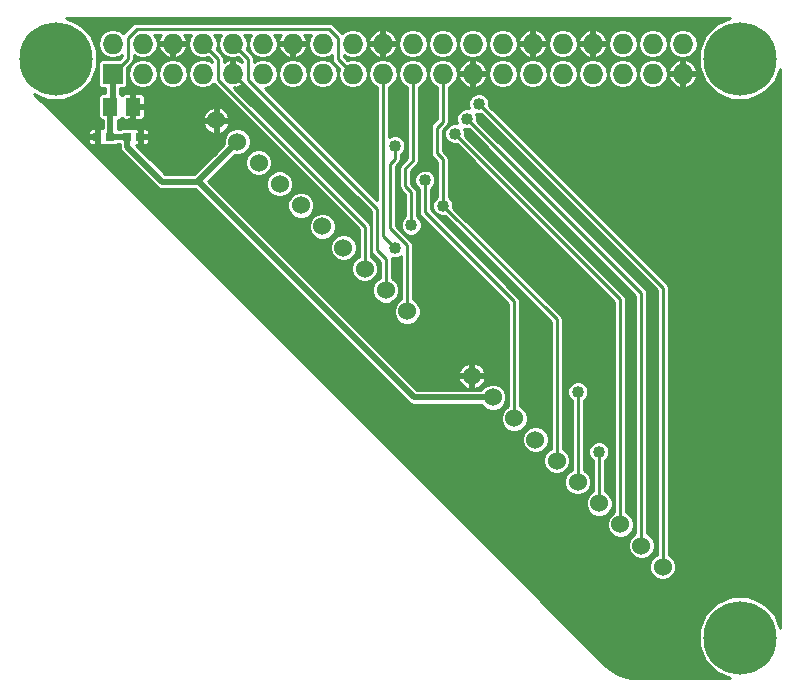
<source format=gtl>
%FSLAX46Y46*%
G04 Gerber Fmt 4.6, Leading zero omitted, Abs format (unit mm)*
G04 Created by KiCad (PCBNEW (2014-08-29 BZR 5106)-product) date Fri 05 Sep 2014 06:56:24 PM PDT*
%MOMM*%
G01*
G04 APERTURE LIST*
%ADD10C,0.100000*%
%ADD11C,6.200000*%
%ADD12R,1.300480X1.498600*%
%ADD13R,0.800100X0.698500*%
%ADD14R,1.727200X1.727200*%
%ADD15O,1.727200X1.727200*%
%ADD16C,1.524000*%
%ADD17C,1.016000*%
%ADD18C,0.254000*%
%ADD19C,0.508000*%
G04 APERTURE END LIST*
D10*
D11*
X98044000Y-80010000D03*
X155956000Y-129032000D03*
D12*
X102679500Y-84074000D03*
X104584500Y-84074000D03*
D13*
X104099360Y-86614000D03*
X105196640Y-86614000D03*
X102656640Y-86614000D03*
X101559360Y-86614000D03*
D11*
X155956000Y-80010000D03*
D14*
X102870000Y-81280000D03*
D15*
X102870000Y-78740000D03*
X105410000Y-81280000D03*
X105410000Y-78740000D03*
X107950000Y-81280000D03*
X107950000Y-78740000D03*
X110490000Y-81280000D03*
X110490000Y-78740000D03*
X113030000Y-81280000D03*
X113030000Y-78740000D03*
X115570000Y-81280000D03*
X115570000Y-78740000D03*
X118110000Y-81280000D03*
X118110000Y-78740000D03*
X120650000Y-81280000D03*
X120650000Y-78740000D03*
X123190000Y-81280000D03*
X123190000Y-78740000D03*
X125730000Y-81280000D03*
X125730000Y-78740000D03*
X128270000Y-81280000D03*
X128270000Y-78740000D03*
X130810000Y-81280000D03*
X130810000Y-78740000D03*
X133350000Y-81280000D03*
X133350000Y-78740000D03*
X135890000Y-81280000D03*
X135890000Y-78740000D03*
X138430000Y-81280000D03*
X138430000Y-78740000D03*
X140970000Y-81280000D03*
X140970000Y-78740000D03*
X143510000Y-81280000D03*
X143510000Y-78740000D03*
X146050000Y-81280000D03*
X146050000Y-78740000D03*
X148590000Y-81280000D03*
X148590000Y-78740000D03*
X151130000Y-81280000D03*
X151130000Y-78740000D03*
D16*
X111627969Y-85237369D03*
X113424021Y-87033421D03*
X115220072Y-88829472D03*
X117016123Y-90625523D03*
X118812174Y-92421574D03*
X120608226Y-94217626D03*
X122404277Y-96013677D03*
X124200328Y-97809728D03*
X125996379Y-99605779D03*
X127792431Y-101401831D03*
X133268769Y-106878169D03*
X135064821Y-108674221D03*
X136860872Y-110470272D03*
X138656923Y-112266323D03*
X140452974Y-114062374D03*
X142249026Y-115858426D03*
X144045077Y-117654477D03*
X145841128Y-119450528D03*
X147637179Y-121246579D03*
X149433231Y-123042631D03*
D17*
X124460000Y-90170000D03*
X124460000Y-90170000D03*
X124460000Y-90170000D03*
X124460000Y-90170000D03*
X104524071Y-85503147D03*
X143002000Y-101346000D03*
X151003000Y-98933000D03*
X121666000Y-90424000D03*
X121666000Y-90424000D03*
X129286000Y-88138000D03*
X129286000Y-88138000D03*
X129286000Y-88138000D03*
X135509000Y-103124000D03*
X129413000Y-97028000D03*
X116840000Y-92456000D03*
X116840000Y-92456000D03*
X115062000Y-90678000D03*
X115062000Y-90678000D03*
X115062000Y-90678000D03*
X115062000Y-90678000D03*
X115062000Y-90678000D03*
X111760000Y-90424000D03*
X111760000Y-90424000D03*
X128016000Y-106680000D03*
X130556000Y-104140000D03*
X138557000Y-106172000D03*
X138557000Y-102362000D03*
X132842000Y-90043000D03*
X125222000Y-109474000D03*
X106196532Y-84074000D03*
X101600000Y-87757000D03*
X101600000Y-85471000D03*
X106426000Y-86614000D03*
X146304000Y-130302000D03*
X157988000Y-124206000D03*
X157734000Y-85344000D03*
X129286000Y-90297000D03*
X131826000Y-86360000D03*
X126746000Y-87376000D03*
X132842000Y-85090000D03*
X133858000Y-83820000D03*
X144018000Y-113284000D03*
X126747677Y-96013677D03*
X128143000Y-94107000D03*
X142240000Y-108204000D03*
X130810000Y-92456000D03*
D18*
X121920000Y-80010000D02*
X123190000Y-81280000D01*
X121920000Y-78232000D02*
X121920000Y-80010000D01*
X104902000Y-77470000D02*
X121158000Y-77470000D01*
X104140000Y-78232000D02*
X104902000Y-77470000D01*
X121158000Y-77470000D02*
X121920000Y-78232000D01*
X104140000Y-80010000D02*
X104140000Y-78232000D01*
X102870000Y-81280000D02*
X104140000Y-80010000D01*
D19*
X110706221Y-89751221D02*
X110033442Y-90424000D01*
X110033442Y-90424000D02*
X107061000Y-90424000D01*
X107061000Y-90424000D02*
X104099360Y-87462360D01*
X104099360Y-87462360D02*
X104099360Y-86614000D01*
X135064821Y-108674221D02*
X128359221Y-108674221D01*
X128359221Y-108674221D02*
X110071221Y-90386221D01*
X110071221Y-90386221D02*
X110706221Y-89751221D01*
X102870000Y-83883500D02*
X102679500Y-84074000D01*
X102870000Y-81280000D02*
X102870000Y-83883500D01*
X102656640Y-86614000D02*
X102656640Y-84096860D01*
X104099360Y-86614000D02*
X102656640Y-86614000D01*
X102656640Y-84096860D02*
X102679500Y-84074000D01*
X113424021Y-87033421D02*
X110706221Y-89751221D01*
D18*
X124460000Y-90170000D02*
X124460000Y-80391000D01*
X124460000Y-80391000D02*
X124841000Y-80010000D01*
X124841000Y-80010000D02*
X125730000Y-80010000D01*
X129539470Y-80010000D02*
X125730000Y-80010000D01*
X125730000Y-80010000D02*
X125730000Y-78740000D01*
X105196640Y-86614000D02*
X105196640Y-86175716D01*
X105196640Y-86175716D02*
X104524071Y-85503147D01*
X151130000Y-81280000D02*
X151130000Y-80137000D01*
X151130000Y-80137000D02*
X151003000Y-80010000D01*
X151003000Y-80010000D02*
X143527191Y-80010000D01*
X143527191Y-80010000D02*
X143501792Y-79984601D01*
X143002000Y-101346000D02*
X143002000Y-100203000D01*
X143002000Y-100203000D02*
X132842000Y-90043000D01*
X151003000Y-98933000D02*
X151003000Y-98552000D01*
X151003000Y-98552000D02*
X157734000Y-91821000D01*
X157734000Y-91821000D02*
X157734000Y-85344000D01*
X118110000Y-86614000D02*
X120014850Y-88518850D01*
X120014850Y-88518850D02*
X124713980Y-93217980D01*
X121666000Y-90424000D02*
X120014850Y-88772850D01*
X120014850Y-88772850D02*
X120014850Y-88518850D01*
X133350000Y-80010000D02*
X129539470Y-80010000D01*
X129286000Y-83312000D02*
X129539470Y-83058530D01*
X129539470Y-83058530D02*
X129539470Y-80010000D01*
X129286000Y-88138000D02*
X129286000Y-83312000D01*
X116840000Y-92456000D02*
X114808000Y-90424000D01*
X114808000Y-90424000D02*
X111760000Y-90424000D01*
X114808000Y-90424000D02*
X115062000Y-90678000D01*
X128016000Y-106680000D02*
X128270000Y-106680000D01*
X128270000Y-106680000D02*
X130556000Y-104394000D01*
X130556000Y-104394000D02*
X130556000Y-104140000D01*
X130556000Y-104140000D02*
X130683000Y-104013000D01*
X130683000Y-104013000D02*
X130683000Y-100838000D01*
X130683000Y-100838000D02*
X131953000Y-99568000D01*
X138557000Y-102362000D02*
X138557000Y-106172000D01*
X125222000Y-109474000D02*
X126104617Y-109474000D01*
X126104617Y-109474000D02*
X146304000Y-129673383D01*
X146304000Y-129673383D02*
X146304000Y-130302000D01*
X138430000Y-79965799D02*
X138448802Y-79984601D01*
X138430000Y-78740000D02*
X138430000Y-79965799D01*
X143510000Y-79976393D02*
X143501792Y-79984601D01*
X143510000Y-78740000D02*
X143510000Y-79976393D01*
X106807000Y-84074000D02*
X106807000Y-85852000D01*
X110550339Y-85237369D02*
X110529970Y-85217000D01*
X111627969Y-85237369D02*
X110550339Y-85237369D01*
X110529970Y-85217000D02*
X108331000Y-85217000D01*
X107696000Y-85852000D02*
X106807000Y-85852000D01*
X108331000Y-85217000D02*
X107696000Y-85852000D01*
X138423403Y-80010000D02*
X133350000Y-80010000D01*
X138448802Y-79984601D02*
X138423403Y-80010000D01*
X138474201Y-80010000D02*
X138448802Y-79984601D01*
X143476393Y-80010000D02*
X138474201Y-80010000D01*
X143501792Y-79984601D02*
X143476393Y-80010000D01*
X133350000Y-81280000D02*
X133350000Y-80010000D01*
X105196640Y-86010750D02*
X105156000Y-85970110D01*
X105196640Y-86614000D02*
X105196640Y-86010750D01*
X105156000Y-85970110D02*
X105156000Y-85598000D01*
X105156000Y-85598000D02*
X104521000Y-85598000D01*
X104584500Y-85534500D02*
X104584500Y-84074000D01*
X104521000Y-85598000D02*
X104584500Y-85534500D01*
X104584500Y-84074000D02*
X106196532Y-84074000D01*
X106196532Y-84074000D02*
X106807000Y-84074000D01*
X101559360Y-86614000D02*
X101559360Y-87716360D01*
X101559360Y-87716360D02*
X101600000Y-87757000D01*
X101559360Y-86614000D02*
X101559360Y-85511640D01*
X101559360Y-85511640D02*
X101600000Y-85471000D01*
X105196640Y-86614000D02*
X106426000Y-86614000D01*
X106614811Y-86614000D02*
X106426000Y-86614000D01*
X105283000Y-86614000D02*
X106426000Y-86614000D01*
X106807000Y-85852000D02*
X106870499Y-85915499D01*
X106870499Y-85915499D02*
X106870499Y-86169501D01*
X106870499Y-86169501D02*
X106426000Y-86614000D01*
X112705599Y-85237369D02*
X111627969Y-85237369D01*
X114567022Y-86484780D02*
X113319611Y-85237369D01*
X114567022Y-87582062D02*
X114567022Y-86484780D01*
X114077071Y-88072013D02*
X114567022Y-87582062D01*
X114077071Y-89378113D02*
X114077071Y-88072013D01*
X133197600Y-106807000D02*
X131505958Y-106807000D01*
X113319611Y-85237369D02*
X112705599Y-85237369D01*
X133268769Y-106878169D02*
X133197600Y-106807000D01*
X146304000Y-130302000D02*
X152400000Y-124206000D01*
X152400000Y-124206000D02*
X157988000Y-124206000D01*
X155194000Y-85344000D02*
X153543000Y-83693000D01*
X157734000Y-85344000D02*
X155194000Y-85344000D01*
X153543000Y-83693000D02*
X151130000Y-83693000D01*
X151130000Y-83693000D02*
X151130000Y-81280000D01*
X125343329Y-97296076D02*
X125343329Y-98486383D01*
X125343329Y-98486383D02*
X124264335Y-99565377D01*
X124713980Y-93217980D02*
X124713980Y-96666727D01*
X118110000Y-86360000D02*
X118110000Y-86614000D01*
X113030000Y-81280000D02*
X118110000Y-86360000D01*
X124264335Y-99565377D02*
X114077071Y-89378113D01*
X124713980Y-96666727D02*
X125343329Y-97296076D01*
X131505958Y-106807000D02*
X124264335Y-99565377D01*
X129286000Y-90297000D02*
X129286000Y-92964000D01*
X129286000Y-92964000D02*
X136860872Y-100538872D01*
X136860872Y-100538872D02*
X136860872Y-110470272D01*
X110490000Y-78740000D02*
X111785399Y-80035399D01*
X111785399Y-80035399D02*
X111785399Y-81813399D01*
X111785399Y-81813399D02*
X124200328Y-94228328D01*
X124200328Y-94228328D02*
X124200328Y-97809728D01*
X125996379Y-99605779D02*
X125996379Y-96998490D01*
X125996379Y-96998490D02*
X125221990Y-96224101D01*
X125221990Y-96224101D02*
X125221990Y-92709990D01*
X125221990Y-92709990D02*
X114300000Y-81788000D01*
X114300000Y-81788000D02*
X114300000Y-80010000D01*
X114300000Y-80010000D02*
X113893599Y-79603599D01*
X113893599Y-79603599D02*
X113030000Y-78740000D01*
X145841128Y-100375128D02*
X145841128Y-119450528D01*
X131826000Y-86360000D02*
X145841128Y-100375128D01*
X127792431Y-101401831D02*
X127792431Y-95788431D01*
X127792431Y-95788431D02*
X126365000Y-94361000D01*
X126365000Y-94361000D02*
X126365000Y-88900000D01*
X126365000Y-88900000D02*
X126746000Y-88519000D01*
X126746000Y-88519000D02*
X126746000Y-87376000D01*
X147637179Y-99885179D02*
X147637179Y-121246579D01*
X132842000Y-85090000D02*
X147637179Y-99885179D01*
X149433231Y-99395231D02*
X149433231Y-123042631D01*
X133858000Y-83820000D02*
X149433231Y-99395231D01*
X125730000Y-81280000D02*
X125730000Y-94996000D01*
X125730000Y-94996000D02*
X125984000Y-95250000D01*
X125984000Y-95250000D02*
X126747677Y-96013677D01*
X144045077Y-117654477D02*
X144045077Y-113311077D01*
X144045077Y-113311077D02*
X144018000Y-113284000D01*
X128270000Y-88646000D02*
X128270000Y-81280000D01*
X128143000Y-94107000D02*
X128143000Y-91313000D01*
X128143000Y-91313000D02*
X127635000Y-90805000D01*
X127635000Y-90805000D02*
X127635000Y-89281000D01*
X127635000Y-89281000D02*
X128270000Y-88646000D01*
X142249026Y-115858426D02*
X142249026Y-108213026D01*
X142249026Y-108213026D02*
X142240000Y-108204000D01*
X130810000Y-81280000D02*
X130810000Y-85344000D01*
X130810000Y-88519000D02*
X130810000Y-92456000D01*
X130810000Y-85344000D02*
X130302000Y-85852000D01*
X130302000Y-85852000D02*
X130302000Y-88011000D01*
X130302000Y-88011000D02*
X130810000Y-88519000D01*
X140452974Y-102098974D02*
X130810000Y-92456000D01*
X140452974Y-114062374D02*
X140452974Y-102098974D01*
G36*
X113792000Y-80298406D02*
X113785199Y-80290690D01*
X113349120Y-80076995D01*
X113157000Y-80137135D01*
X113157000Y-81153000D01*
X113177000Y-81153000D01*
X113177000Y-81407000D01*
X113157000Y-81407000D01*
X113157000Y-81427000D01*
X112903000Y-81427000D01*
X112903000Y-81407000D01*
X112883000Y-81407000D01*
X112883000Y-81153000D01*
X112903000Y-81153000D01*
X112903000Y-80137135D01*
X112710880Y-80076995D01*
X112293399Y-80281576D01*
X112293399Y-80035399D01*
X112254730Y-79840996D01*
X112144609Y-79676189D01*
X111667638Y-79199218D01*
X111758983Y-78740000D01*
X111664243Y-78263712D01*
X111473336Y-77978000D01*
X112046663Y-77978000D01*
X111855757Y-78263712D01*
X111761017Y-78740000D01*
X111855757Y-79216288D01*
X112125552Y-79620065D01*
X112529329Y-79889860D01*
X113005617Y-79984600D01*
X113054383Y-79984600D01*
X113472925Y-79901346D01*
X113534388Y-79962809D01*
X113534389Y-79962809D01*
X113534391Y-79962811D01*
X113792000Y-80220420D01*
X113792000Y-80298406D01*
X113792000Y-80298406D01*
G37*
X113792000Y-80298406D02*
X113785199Y-80290690D01*
X113349120Y-80076995D01*
X113157000Y-80137135D01*
X113157000Y-81153000D01*
X113177000Y-81153000D01*
X113177000Y-81407000D01*
X113157000Y-81407000D01*
X113157000Y-81427000D01*
X112903000Y-81427000D01*
X112903000Y-81407000D01*
X112883000Y-81407000D01*
X112883000Y-81153000D01*
X112903000Y-81153000D01*
X112903000Y-80137135D01*
X112710880Y-80076995D01*
X112293399Y-80281576D01*
X112293399Y-80035399D01*
X112254730Y-79840996D01*
X112144609Y-79676189D01*
X111667638Y-79199218D01*
X111758983Y-78740000D01*
X111664243Y-78263712D01*
X111473336Y-77978000D01*
X112046663Y-77978000D01*
X111855757Y-78263712D01*
X111761017Y-78740000D01*
X111855757Y-79216288D01*
X112125552Y-79620065D01*
X112529329Y-79889860D01*
X113005617Y-79984600D01*
X113054383Y-79984600D01*
X113472925Y-79901346D01*
X113534388Y-79962809D01*
X113534389Y-79962809D01*
X113534391Y-79962811D01*
X113792000Y-80220420D01*
X113792000Y-80298406D01*
G36*
X159372300Y-128184578D02*
X158908769Y-127062748D01*
X157930403Y-126082672D01*
X156651451Y-125551605D01*
X155266624Y-125550397D01*
X153986748Y-126079231D01*
X153006672Y-127057597D01*
X152475605Y-128336549D01*
X152474397Y-129721376D01*
X153003231Y-131001252D01*
X153981597Y-131981328D01*
X155106191Y-132448300D01*
X152398983Y-132448300D01*
X152398983Y-78740000D01*
X152304243Y-78263712D01*
X152034448Y-77859935D01*
X151630671Y-77590140D01*
X151154383Y-77495400D01*
X151105617Y-77495400D01*
X150629329Y-77590140D01*
X150225552Y-77859935D01*
X149955757Y-78263712D01*
X149861017Y-78740000D01*
X149955757Y-79216288D01*
X150225552Y-79620065D01*
X150629329Y-79889860D01*
X151105617Y-79984600D01*
X151154383Y-79984600D01*
X151630671Y-79889860D01*
X152034448Y-79620065D01*
X152304243Y-79216288D01*
X152398983Y-78740000D01*
X152398983Y-132448300D01*
X152332993Y-132448300D01*
X152332993Y-81599118D01*
X152332993Y-80960882D01*
X152206305Y-80654999D01*
X151885199Y-80290690D01*
X151449120Y-80076995D01*
X151257000Y-80137135D01*
X151257000Y-81153000D01*
X152272312Y-81153000D01*
X152332993Y-80960882D01*
X152332993Y-81599118D01*
X152272312Y-81407000D01*
X151257000Y-81407000D01*
X151257000Y-82422865D01*
X151449120Y-82483005D01*
X151885199Y-82269310D01*
X152206305Y-81905001D01*
X152332993Y-81599118D01*
X152332993Y-132448300D01*
X151003000Y-132448300D01*
X151003000Y-82422865D01*
X151003000Y-81407000D01*
X151003000Y-81153000D01*
X151003000Y-80137135D01*
X150810880Y-80076995D01*
X150374801Y-80290690D01*
X150053695Y-80654999D01*
X149927007Y-80960882D01*
X149987688Y-81153000D01*
X151003000Y-81153000D01*
X151003000Y-81407000D01*
X149987688Y-81407000D01*
X149927007Y-81599118D01*
X150053695Y-81905001D01*
X150374801Y-82269310D01*
X150810880Y-82483005D01*
X151003000Y-82422865D01*
X151003000Y-132448300D01*
X150576429Y-132448300D01*
X150576429Y-122816272D01*
X150402785Y-122396019D01*
X150081534Y-122074208D01*
X149941231Y-122015949D01*
X149941231Y-99395231D01*
X149902562Y-99200828D01*
X149858983Y-99135607D01*
X149858983Y-81280000D01*
X149858983Y-78740000D01*
X149764243Y-78263712D01*
X149494448Y-77859935D01*
X149090671Y-77590140D01*
X148614383Y-77495400D01*
X148565617Y-77495400D01*
X148089329Y-77590140D01*
X147685552Y-77859935D01*
X147415757Y-78263712D01*
X147321017Y-78740000D01*
X147415757Y-79216288D01*
X147685552Y-79620065D01*
X148089329Y-79889860D01*
X148565617Y-79984600D01*
X148614383Y-79984600D01*
X149090671Y-79889860D01*
X149494448Y-79620065D01*
X149764243Y-79216288D01*
X149858983Y-78740000D01*
X149858983Y-81280000D01*
X149764243Y-80803712D01*
X149494448Y-80399935D01*
X149090671Y-80130140D01*
X148614383Y-80035400D01*
X148565617Y-80035400D01*
X148089329Y-80130140D01*
X147685552Y-80399935D01*
X147415757Y-80803712D01*
X147321017Y-81280000D01*
X147415757Y-81756288D01*
X147685552Y-82160065D01*
X148089329Y-82429860D01*
X148565617Y-82524600D01*
X148614383Y-82524600D01*
X149090671Y-82429860D01*
X149494448Y-82160065D01*
X149764243Y-81756288D01*
X149858983Y-81280000D01*
X149858983Y-99135607D01*
X149792441Y-99036021D01*
X147318983Y-96562563D01*
X147318983Y-81280000D01*
X147318983Y-78740000D01*
X147224243Y-78263712D01*
X146954448Y-77859935D01*
X146550671Y-77590140D01*
X146074383Y-77495400D01*
X146025617Y-77495400D01*
X145549329Y-77590140D01*
X145145552Y-77859935D01*
X144875757Y-78263712D01*
X144781017Y-78740000D01*
X144875757Y-79216288D01*
X145145552Y-79620065D01*
X145549329Y-79889860D01*
X146025617Y-79984600D01*
X146074383Y-79984600D01*
X146550671Y-79889860D01*
X146954448Y-79620065D01*
X147224243Y-79216288D01*
X147318983Y-78740000D01*
X147318983Y-81280000D01*
X147224243Y-80803712D01*
X146954448Y-80399935D01*
X146550671Y-80130140D01*
X146074383Y-80035400D01*
X146025617Y-80035400D01*
X145549329Y-80130140D01*
X145145552Y-80399935D01*
X144875757Y-80803712D01*
X144781017Y-81280000D01*
X144875757Y-81756288D01*
X145145552Y-82160065D01*
X145549329Y-82429860D01*
X146025617Y-82524600D01*
X146074383Y-82524600D01*
X146550671Y-82429860D01*
X146954448Y-82160065D01*
X147224243Y-81756288D01*
X147318983Y-81280000D01*
X147318983Y-96562563D01*
X144778983Y-94022563D01*
X144778983Y-81280000D01*
X144712993Y-80948247D01*
X144712993Y-79059118D01*
X144712993Y-78420882D01*
X144586305Y-78114999D01*
X144265199Y-77750690D01*
X143829120Y-77536995D01*
X143637000Y-77597135D01*
X143637000Y-78613000D01*
X144652312Y-78613000D01*
X144712993Y-78420882D01*
X144712993Y-79059118D01*
X144652312Y-78867000D01*
X143637000Y-78867000D01*
X143637000Y-79882865D01*
X143829120Y-79943005D01*
X144265199Y-79729310D01*
X144586305Y-79365001D01*
X144712993Y-79059118D01*
X144712993Y-80948247D01*
X144684243Y-80803712D01*
X144414448Y-80399935D01*
X144010671Y-80130140D01*
X143534383Y-80035400D01*
X143485617Y-80035400D01*
X143383000Y-80055811D01*
X143383000Y-79882865D01*
X143383000Y-78867000D01*
X143383000Y-78613000D01*
X143383000Y-77597135D01*
X143190880Y-77536995D01*
X142754801Y-77750690D01*
X142433695Y-78114999D01*
X142307007Y-78420882D01*
X142367688Y-78613000D01*
X143383000Y-78613000D01*
X143383000Y-78867000D01*
X142367688Y-78867000D01*
X142307007Y-79059118D01*
X142433695Y-79365001D01*
X142754801Y-79729310D01*
X143190880Y-79943005D01*
X143383000Y-79882865D01*
X143383000Y-80055811D01*
X143009329Y-80130140D01*
X142605552Y-80399935D01*
X142335757Y-80803712D01*
X142241017Y-81280000D01*
X142335757Y-81756288D01*
X142605552Y-82160065D01*
X143009329Y-82429860D01*
X143485617Y-82524600D01*
X143534383Y-82524600D01*
X144010671Y-82429860D01*
X144414448Y-82160065D01*
X144684243Y-81756288D01*
X144778983Y-81280000D01*
X144778983Y-94022563D01*
X142238983Y-91482563D01*
X142238983Y-81280000D01*
X142238983Y-78740000D01*
X142144243Y-78263712D01*
X141874448Y-77859935D01*
X141470671Y-77590140D01*
X140994383Y-77495400D01*
X140945617Y-77495400D01*
X140469329Y-77590140D01*
X140065552Y-77859935D01*
X139795757Y-78263712D01*
X139701017Y-78740000D01*
X139795757Y-79216288D01*
X140065552Y-79620065D01*
X140469329Y-79889860D01*
X140945617Y-79984600D01*
X140994383Y-79984600D01*
X141470671Y-79889860D01*
X141874448Y-79620065D01*
X142144243Y-79216288D01*
X142238983Y-78740000D01*
X142238983Y-81280000D01*
X142144243Y-80803712D01*
X141874448Y-80399935D01*
X141470671Y-80130140D01*
X140994383Y-80035400D01*
X140945617Y-80035400D01*
X140469329Y-80130140D01*
X140065552Y-80399935D01*
X139795757Y-80803712D01*
X139701017Y-81280000D01*
X139795757Y-81756288D01*
X140065552Y-82160065D01*
X140469329Y-82429860D01*
X140945617Y-82524600D01*
X140994383Y-82524600D01*
X141470671Y-82429860D01*
X141874448Y-82160065D01*
X142144243Y-81756288D01*
X142238983Y-81280000D01*
X142238983Y-91482563D01*
X139698983Y-88942563D01*
X139698983Y-81280000D01*
X139632993Y-80948247D01*
X139632993Y-79059118D01*
X139632993Y-78420882D01*
X139506305Y-78114999D01*
X139185199Y-77750690D01*
X138749120Y-77536995D01*
X138557000Y-77597135D01*
X138557000Y-78613000D01*
X139572312Y-78613000D01*
X139632993Y-78420882D01*
X139632993Y-79059118D01*
X139572312Y-78867000D01*
X138557000Y-78867000D01*
X138557000Y-79882865D01*
X138749120Y-79943005D01*
X139185199Y-79729310D01*
X139506305Y-79365001D01*
X139632993Y-79059118D01*
X139632993Y-80948247D01*
X139604243Y-80803712D01*
X139334448Y-80399935D01*
X138930671Y-80130140D01*
X138454383Y-80035400D01*
X138405617Y-80035400D01*
X138303000Y-80055811D01*
X138303000Y-79882865D01*
X138303000Y-78867000D01*
X138303000Y-78613000D01*
X138303000Y-77597135D01*
X138110880Y-77536995D01*
X137674801Y-77750690D01*
X137353695Y-78114999D01*
X137227007Y-78420882D01*
X137287688Y-78613000D01*
X138303000Y-78613000D01*
X138303000Y-78867000D01*
X137287688Y-78867000D01*
X137227007Y-79059118D01*
X137353695Y-79365001D01*
X137674801Y-79729310D01*
X138110880Y-79943005D01*
X138303000Y-79882865D01*
X138303000Y-80055811D01*
X137929329Y-80130140D01*
X137525552Y-80399935D01*
X137255757Y-80803712D01*
X137161017Y-81280000D01*
X137255757Y-81756288D01*
X137525552Y-82160065D01*
X137929329Y-82429860D01*
X138405617Y-82524600D01*
X138454383Y-82524600D01*
X138930671Y-82429860D01*
X139334448Y-82160065D01*
X139604243Y-81756288D01*
X139698983Y-81280000D01*
X139698983Y-88942563D01*
X137158983Y-86402563D01*
X137158983Y-81280000D01*
X137158983Y-78740000D01*
X137064243Y-78263712D01*
X136794448Y-77859935D01*
X136390671Y-77590140D01*
X135914383Y-77495400D01*
X135865617Y-77495400D01*
X135389329Y-77590140D01*
X134985552Y-77859935D01*
X134715757Y-78263712D01*
X134621017Y-78740000D01*
X134715757Y-79216288D01*
X134985552Y-79620065D01*
X135389329Y-79889860D01*
X135865617Y-79984600D01*
X135914383Y-79984600D01*
X136390671Y-79889860D01*
X136794448Y-79620065D01*
X137064243Y-79216288D01*
X137158983Y-78740000D01*
X137158983Y-81280000D01*
X137064243Y-80803712D01*
X136794448Y-80399935D01*
X136390671Y-80130140D01*
X135914383Y-80035400D01*
X135865617Y-80035400D01*
X135389329Y-80130140D01*
X134985552Y-80399935D01*
X134715757Y-80803712D01*
X134621017Y-81280000D01*
X134715757Y-81756288D01*
X134985552Y-82160065D01*
X135389329Y-82429860D01*
X135865617Y-82524600D01*
X135914383Y-82524600D01*
X136390671Y-82429860D01*
X136794448Y-82160065D01*
X137064243Y-81756288D01*
X137158983Y-81280000D01*
X137158983Y-86402563D01*
X134746852Y-83990432D01*
X134747154Y-83643943D01*
X134618983Y-83333745D01*
X134618983Y-78740000D01*
X134524243Y-78263712D01*
X134254448Y-77859935D01*
X133850671Y-77590140D01*
X133374383Y-77495400D01*
X133325617Y-77495400D01*
X132849329Y-77590140D01*
X132445552Y-77859935D01*
X132175757Y-78263712D01*
X132081017Y-78740000D01*
X132175757Y-79216288D01*
X132445552Y-79620065D01*
X132849329Y-79889860D01*
X133325617Y-79984600D01*
X133374383Y-79984600D01*
X133850671Y-79889860D01*
X134254448Y-79620065D01*
X134524243Y-79216288D01*
X134618983Y-78740000D01*
X134618983Y-83333745D01*
X134612097Y-83317080D01*
X134552993Y-83257872D01*
X134552993Y-81599118D01*
X134552993Y-80960882D01*
X134426305Y-80654999D01*
X134105199Y-80290690D01*
X133669120Y-80076995D01*
X133477000Y-80137135D01*
X133477000Y-81153000D01*
X134492312Y-81153000D01*
X134552993Y-80960882D01*
X134552993Y-81599118D01*
X134492312Y-81407000D01*
X133477000Y-81407000D01*
X133477000Y-82422865D01*
X133669120Y-82483005D01*
X134105199Y-82269310D01*
X134426305Y-81905001D01*
X134552993Y-81599118D01*
X134552993Y-83257872D01*
X134362236Y-83066782D01*
X134035609Y-82931154D01*
X133681943Y-82930846D01*
X133355080Y-83065903D01*
X133223000Y-83197752D01*
X133223000Y-82422865D01*
X133223000Y-81407000D01*
X133223000Y-81153000D01*
X133223000Y-80137135D01*
X133030880Y-80076995D01*
X132594801Y-80290690D01*
X132273695Y-80654999D01*
X132147007Y-80960882D01*
X132207688Y-81153000D01*
X133223000Y-81153000D01*
X133223000Y-81407000D01*
X132207688Y-81407000D01*
X132147007Y-81599118D01*
X132273695Y-81905001D01*
X132594801Y-82269310D01*
X133030880Y-82483005D01*
X133223000Y-82422865D01*
X133223000Y-83197752D01*
X133104782Y-83315764D01*
X132969154Y-83642391D01*
X132968846Y-83996057D01*
X133060628Y-84218186D01*
X133019609Y-84201154D01*
X132665943Y-84200846D01*
X132339080Y-84335903D01*
X132088782Y-84585764D01*
X131953154Y-84912391D01*
X131952846Y-85266057D01*
X132044628Y-85488186D01*
X132003609Y-85471154D01*
X131649943Y-85470846D01*
X131323080Y-85605903D01*
X131072782Y-85855764D01*
X130937154Y-86182391D01*
X130936846Y-86536057D01*
X131071903Y-86862920D01*
X131321764Y-87113218D01*
X131648391Y-87248846D01*
X131996729Y-87249149D01*
X145333128Y-100585548D01*
X145333128Y-118423701D01*
X145194516Y-118480974D01*
X145188275Y-118487204D01*
X145188275Y-117428118D01*
X145014631Y-117007865D01*
X144693380Y-116686054D01*
X144553077Y-116627795D01*
X144553077Y-114005996D01*
X144771218Y-113788236D01*
X144906846Y-113461609D01*
X144907154Y-113107943D01*
X144772097Y-112781080D01*
X144522236Y-112530782D01*
X144195609Y-112395154D01*
X143841943Y-112394846D01*
X143515080Y-112529903D01*
X143264782Y-112779764D01*
X143129154Y-113106391D01*
X143128846Y-113460057D01*
X143263903Y-113786920D01*
X143513764Y-114037218D01*
X143537077Y-114046898D01*
X143537077Y-116627650D01*
X143398465Y-116684923D01*
X143392224Y-116691153D01*
X143392224Y-115632067D01*
X143218580Y-115211814D01*
X142897329Y-114890003D01*
X142757026Y-114831744D01*
X142757026Y-108944015D01*
X142993218Y-108708236D01*
X143128846Y-108381609D01*
X143129154Y-108027943D01*
X142994097Y-107701080D01*
X142744236Y-107450782D01*
X142417609Y-107315154D01*
X142063943Y-107314846D01*
X141737080Y-107449903D01*
X141486782Y-107699764D01*
X141351154Y-108026391D01*
X141350846Y-108380057D01*
X141485903Y-108706920D01*
X141735764Y-108957218D01*
X141741026Y-108959402D01*
X141741026Y-114831599D01*
X141602414Y-114888872D01*
X141596172Y-114895103D01*
X141596172Y-113836015D01*
X141422528Y-113415762D01*
X141101277Y-113093951D01*
X140960974Y-113035692D01*
X140960974Y-102098974D01*
X140922305Y-101904571D01*
X140812185Y-101739764D01*
X131698852Y-92626432D01*
X131699154Y-92279943D01*
X131564097Y-91953080D01*
X131318000Y-91706552D01*
X131318000Y-88519000D01*
X131279331Y-88324597D01*
X131279330Y-88324596D01*
X131242790Y-88269910D01*
X131169210Y-88159790D01*
X131169210Y-88159789D01*
X130810000Y-87800579D01*
X130810000Y-86062420D01*
X131169210Y-85703211D01*
X131169210Y-85703210D01*
X131242790Y-85593090D01*
X131279330Y-85538404D01*
X131279331Y-85538403D01*
X131317999Y-85344000D01*
X131318000Y-85344000D01*
X131318000Y-82424962D01*
X131714448Y-82160065D01*
X131984243Y-81756288D01*
X132078983Y-81280000D01*
X132078983Y-78740000D01*
X131984243Y-78263712D01*
X131714448Y-77859935D01*
X131310671Y-77590140D01*
X130834383Y-77495400D01*
X130785617Y-77495400D01*
X130309329Y-77590140D01*
X129905552Y-77859935D01*
X129635757Y-78263712D01*
X129541017Y-78740000D01*
X129635757Y-79216288D01*
X129905552Y-79620065D01*
X130309329Y-79889860D01*
X130785617Y-79984600D01*
X130834383Y-79984600D01*
X131310671Y-79889860D01*
X131714448Y-79620065D01*
X131984243Y-79216288D01*
X132078983Y-78740000D01*
X132078983Y-81280000D01*
X131984243Y-80803712D01*
X131714448Y-80399935D01*
X131310671Y-80130140D01*
X130834383Y-80035400D01*
X130785617Y-80035400D01*
X130309329Y-80130140D01*
X129905552Y-80399935D01*
X129635757Y-80803712D01*
X129541017Y-81280000D01*
X129635757Y-81756288D01*
X129905552Y-82160065D01*
X130302000Y-82424962D01*
X130302000Y-85133579D01*
X129942790Y-85492790D01*
X129832669Y-85657597D01*
X129794000Y-85852000D01*
X129794000Y-88011000D01*
X129832669Y-88205403D01*
X129942790Y-88370210D01*
X130302000Y-88729420D01*
X130302000Y-91706974D01*
X130056782Y-91951764D01*
X129921154Y-92278391D01*
X129920846Y-92632057D01*
X130055903Y-92958920D01*
X130305764Y-93209218D01*
X130632391Y-93344846D01*
X130980729Y-93345149D01*
X139944974Y-102309394D01*
X139944974Y-113035547D01*
X139806362Y-113092820D01*
X139800121Y-113099050D01*
X139800121Y-112039964D01*
X139626477Y-111619711D01*
X139305226Y-111297900D01*
X138885277Y-111123522D01*
X138430564Y-111123125D01*
X138010311Y-111296769D01*
X138004070Y-111302999D01*
X138004070Y-110243913D01*
X137830426Y-109823660D01*
X137509175Y-109501849D01*
X137368872Y-109443590D01*
X137368872Y-100538872D01*
X137330203Y-100344469D01*
X137220082Y-100179662D01*
X129794000Y-92753580D01*
X129794000Y-91046025D01*
X130039218Y-90801236D01*
X130174846Y-90474609D01*
X130175154Y-90120943D01*
X130040097Y-89794080D01*
X129790236Y-89543782D01*
X129538983Y-89439452D01*
X129538983Y-81280000D01*
X129538983Y-78740000D01*
X129444243Y-78263712D01*
X129174448Y-77859935D01*
X128770671Y-77590140D01*
X128294383Y-77495400D01*
X128245617Y-77495400D01*
X127769329Y-77590140D01*
X127365552Y-77859935D01*
X127095757Y-78263712D01*
X127001017Y-78740000D01*
X127095757Y-79216288D01*
X127365552Y-79620065D01*
X127769329Y-79889860D01*
X128245617Y-79984600D01*
X128294383Y-79984600D01*
X128770671Y-79889860D01*
X129174448Y-79620065D01*
X129444243Y-79216288D01*
X129538983Y-78740000D01*
X129538983Y-81280000D01*
X129444243Y-80803712D01*
X129174448Y-80399935D01*
X128770671Y-80130140D01*
X128294383Y-80035400D01*
X128245617Y-80035400D01*
X127769329Y-80130140D01*
X127365552Y-80399935D01*
X127095757Y-80803712D01*
X127001017Y-81280000D01*
X127095757Y-81756288D01*
X127365552Y-82160065D01*
X127762000Y-82424962D01*
X127762000Y-88435579D01*
X127275790Y-88921790D01*
X127165669Y-89086597D01*
X127127000Y-89281000D01*
X127127000Y-90805000D01*
X127165669Y-90999403D01*
X127275790Y-91164210D01*
X127635000Y-91523420D01*
X127635000Y-93357974D01*
X127389782Y-93602764D01*
X127254154Y-93929391D01*
X127253846Y-94283057D01*
X127388903Y-94609920D01*
X127638764Y-94860218D01*
X127965391Y-94995846D01*
X128319057Y-94996154D01*
X128645920Y-94861097D01*
X128896218Y-94611236D01*
X129031846Y-94284609D01*
X129032154Y-93930943D01*
X128897097Y-93604080D01*
X128651000Y-93357552D01*
X128651000Y-91313000D01*
X128612331Y-91118597D01*
X128612330Y-91118596D01*
X128575790Y-91063910D01*
X128502210Y-90953790D01*
X128502210Y-90953789D01*
X128143000Y-90594579D01*
X128143000Y-89491420D01*
X128629210Y-89005210D01*
X128629211Y-89005210D01*
X128739331Y-88840403D01*
X128778000Y-88646000D01*
X128778000Y-82424962D01*
X129174448Y-82160065D01*
X129444243Y-81756288D01*
X129538983Y-81280000D01*
X129538983Y-89439452D01*
X129463609Y-89408154D01*
X129109943Y-89407846D01*
X128783080Y-89542903D01*
X128532782Y-89792764D01*
X128397154Y-90119391D01*
X128396846Y-90473057D01*
X128531903Y-90799920D01*
X128778000Y-91046447D01*
X128778000Y-92964000D01*
X128816669Y-93158403D01*
X128926790Y-93323210D01*
X136352872Y-100749292D01*
X136352872Y-109443445D01*
X136214260Y-109500718D01*
X136208019Y-109506948D01*
X136208019Y-108447862D01*
X136034375Y-108027609D01*
X135713124Y-107705798D01*
X135293175Y-107531420D01*
X134838462Y-107531023D01*
X134418209Y-107704667D01*
X134393091Y-107729741D01*
X134393091Y-107184827D01*
X134393091Y-106571511D01*
X134190154Y-106164595D01*
X133846945Y-105866314D01*
X133575427Y-105753847D01*
X133395769Y-105815589D01*
X133395769Y-106751169D01*
X134331349Y-106751169D01*
X134393091Y-106571511D01*
X134393091Y-107184827D01*
X134331349Y-107005169D01*
X133395769Y-107005169D01*
X133395769Y-107940749D01*
X133575427Y-108002491D01*
X133982343Y-107799554D01*
X134280624Y-107456345D01*
X134393091Y-107184827D01*
X134393091Y-107729741D01*
X134096398Y-108025918D01*
X134090874Y-108039221D01*
X133141769Y-108039221D01*
X133141769Y-107940749D01*
X133141769Y-107005169D01*
X133141769Y-106751169D01*
X133141769Y-105815589D01*
X132962111Y-105753847D01*
X132555195Y-105956784D01*
X132256914Y-106299993D01*
X132144447Y-106571511D01*
X132206189Y-106751169D01*
X133141769Y-106751169D01*
X133141769Y-107005169D01*
X132206189Y-107005169D01*
X132144447Y-107184827D01*
X132347384Y-107591743D01*
X132690593Y-107890024D01*
X132962111Y-108002491D01*
X133141769Y-107940749D01*
X133141769Y-108039221D01*
X128622247Y-108039221D01*
X110969247Y-90386221D01*
X111155234Y-90200234D01*
X113184063Y-88171404D01*
X113195667Y-88176222D01*
X113650380Y-88176619D01*
X114070633Y-88002975D01*
X114392444Y-87681724D01*
X114566822Y-87261775D01*
X114567219Y-86807062D01*
X114393575Y-86386809D01*
X114072324Y-86064998D01*
X113652375Y-85890620D01*
X113197662Y-85890223D01*
X112777409Y-86063867D01*
X112752291Y-86088941D01*
X112752291Y-85544027D01*
X112752291Y-84930711D01*
X112549354Y-84523795D01*
X112206145Y-84225514D01*
X111934627Y-84113047D01*
X111754969Y-84174789D01*
X111754969Y-85110369D01*
X112690549Y-85110369D01*
X112752291Y-84930711D01*
X112752291Y-85544027D01*
X112690549Y-85364369D01*
X111754969Y-85364369D01*
X111754969Y-86299949D01*
X111934627Y-86361691D01*
X112341543Y-86158754D01*
X112639824Y-85815545D01*
X112752291Y-85544027D01*
X112752291Y-86088941D01*
X112455598Y-86385118D01*
X112281220Y-86805067D01*
X112280823Y-87259780D01*
X112286323Y-87273092D01*
X111500969Y-88058446D01*
X111500969Y-86299949D01*
X111500969Y-85364369D01*
X111500969Y-85110369D01*
X111500969Y-84174789D01*
X111321311Y-84113047D01*
X110914395Y-84315984D01*
X110616114Y-84659193D01*
X110503647Y-84930711D01*
X110565389Y-85110369D01*
X111500969Y-85110369D01*
X111500969Y-85364369D01*
X110565389Y-85364369D01*
X110503647Y-85544027D01*
X110706584Y-85950943D01*
X111049793Y-86249224D01*
X111321311Y-86361691D01*
X111500969Y-86299949D01*
X111500969Y-88058446D01*
X110257208Y-89302208D01*
X109770416Y-89789000D01*
X109770415Y-89789000D01*
X109218983Y-89789000D01*
X109218983Y-81280000D01*
X109152993Y-80948247D01*
X109152993Y-79059118D01*
X109092312Y-78867000D01*
X108077000Y-78867000D01*
X108077000Y-79882865D01*
X108269120Y-79943005D01*
X108705199Y-79729310D01*
X109026305Y-79365001D01*
X109152993Y-79059118D01*
X109152993Y-80948247D01*
X109124243Y-80803712D01*
X108854448Y-80399935D01*
X108450671Y-80130140D01*
X107974383Y-80035400D01*
X107925617Y-80035400D01*
X107823000Y-80055811D01*
X107823000Y-79882865D01*
X107823000Y-78867000D01*
X106807688Y-78867000D01*
X106747007Y-79059118D01*
X106873695Y-79365001D01*
X107194801Y-79729310D01*
X107630880Y-79943005D01*
X107823000Y-79882865D01*
X107823000Y-80055811D01*
X107449329Y-80130140D01*
X107045552Y-80399935D01*
X106775757Y-80803712D01*
X106681017Y-81280000D01*
X106775757Y-81756288D01*
X107045552Y-82160065D01*
X107449329Y-82429860D01*
X107925617Y-82524600D01*
X107974383Y-82524600D01*
X108450671Y-82429860D01*
X108854448Y-82160065D01*
X109124243Y-81756288D01*
X109218983Y-81280000D01*
X109218983Y-89789000D01*
X107324025Y-89789000D01*
X106678983Y-89143958D01*
X106678983Y-81280000D01*
X106584243Y-80803712D01*
X106314448Y-80399935D01*
X105910671Y-80130140D01*
X105434383Y-80035400D01*
X105385617Y-80035400D01*
X104909329Y-80130140D01*
X104505552Y-80399935D01*
X104235757Y-80803712D01*
X104141017Y-81280000D01*
X104235757Y-81756288D01*
X104505552Y-82160065D01*
X104909329Y-82429860D01*
X105385617Y-82524600D01*
X105434383Y-82524600D01*
X105910671Y-82429860D01*
X106314448Y-82160065D01*
X106584243Y-81756288D01*
X106678983Y-81280000D01*
X106678983Y-89143958D01*
X105977690Y-88442665D01*
X105977690Y-87039035D01*
X105977690Y-86887464D01*
X105977690Y-86836250D01*
X105977690Y-86391750D01*
X105977690Y-86340536D01*
X105977690Y-86188965D01*
X105919686Y-86048931D01*
X105812510Y-85941754D01*
X105672476Y-85883750D01*
X105615740Y-85883750D01*
X105615740Y-84899085D01*
X105615740Y-84747514D01*
X105615740Y-84296250D01*
X105615740Y-83851750D01*
X105615740Y-83400486D01*
X105615740Y-83248915D01*
X105557736Y-83108881D01*
X105450560Y-83001704D01*
X105310526Y-82943700D01*
X104806750Y-82943700D01*
X104711500Y-83038950D01*
X104711500Y-83947000D01*
X105520490Y-83947000D01*
X105615740Y-83851750D01*
X105615740Y-84296250D01*
X105520490Y-84201000D01*
X104711500Y-84201000D01*
X104711500Y-85109050D01*
X104806750Y-85204300D01*
X105310526Y-85204300D01*
X105450560Y-85146296D01*
X105557736Y-85039119D01*
X105615740Y-84899085D01*
X105615740Y-85883750D01*
X105418890Y-85883750D01*
X105323640Y-85979000D01*
X105323640Y-86487000D01*
X105882440Y-86487000D01*
X105977690Y-86391750D01*
X105977690Y-86836250D01*
X105882440Y-86741000D01*
X105323640Y-86741000D01*
X105323640Y-87249000D01*
X105418890Y-87344250D01*
X105672476Y-87344250D01*
X105812510Y-87286246D01*
X105919686Y-87179069D01*
X105977690Y-87039035D01*
X105977690Y-88442665D01*
X104879275Y-87344250D01*
X104974390Y-87344250D01*
X105069640Y-87249000D01*
X105069640Y-86741000D01*
X105049640Y-86741000D01*
X105049640Y-86487000D01*
X105069640Y-86487000D01*
X105069640Y-85979000D01*
X104974390Y-85883750D01*
X104720804Y-85883750D01*
X104647999Y-85913906D01*
X104575195Y-85883750D01*
X104423624Y-85883750D01*
X103623524Y-85883750D01*
X103483490Y-85941754D01*
X103446244Y-85979000D01*
X103309755Y-85979000D01*
X103291640Y-85960884D01*
X103291640Y-85204300D01*
X103405526Y-85204300D01*
X103545560Y-85146296D01*
X103632000Y-85059855D01*
X103718440Y-85146296D01*
X103858474Y-85204300D01*
X104362250Y-85204300D01*
X104457500Y-85109050D01*
X104457500Y-84201000D01*
X104437500Y-84201000D01*
X104437500Y-83947000D01*
X104457500Y-83947000D01*
X104457500Y-83038950D01*
X104362250Y-82943700D01*
X103858474Y-82943700D01*
X103718440Y-83001704D01*
X103632000Y-83088144D01*
X103545559Y-83001704D01*
X103505000Y-82984903D01*
X103505000Y-82524600D01*
X103809386Y-82524600D01*
X103949420Y-82466596D01*
X104056596Y-82359419D01*
X104114600Y-82219385D01*
X104114600Y-82067814D01*
X104114600Y-80753820D01*
X104499210Y-80369210D01*
X104609331Y-80204404D01*
X104609331Y-80204403D01*
X104615746Y-80172150D01*
X104647999Y-80010000D01*
X104648000Y-80010000D01*
X104648000Y-79715245D01*
X104909329Y-79889860D01*
X105385617Y-79984600D01*
X105434383Y-79984600D01*
X105910671Y-79889860D01*
X106314448Y-79620065D01*
X106584243Y-79216288D01*
X106678983Y-78740000D01*
X106584243Y-78263712D01*
X106393336Y-77978000D01*
X106994447Y-77978000D01*
X106873695Y-78114999D01*
X106747007Y-78420882D01*
X106807688Y-78613000D01*
X107823000Y-78613000D01*
X107823000Y-78593000D01*
X108077000Y-78593000D01*
X108077000Y-78613000D01*
X109092312Y-78613000D01*
X109152993Y-78420882D01*
X109026305Y-78114999D01*
X108905552Y-77978000D01*
X109506663Y-77978000D01*
X109315757Y-78263712D01*
X109221017Y-78740000D01*
X109315757Y-79216288D01*
X109585552Y-79620065D01*
X109989329Y-79889860D01*
X110465617Y-79984600D01*
X110514383Y-79984600D01*
X110932926Y-79901346D01*
X111277399Y-80245819D01*
X111277399Y-80321725D01*
X110990671Y-80130140D01*
X110514383Y-80035400D01*
X110465617Y-80035400D01*
X109989329Y-80130140D01*
X109585552Y-80399935D01*
X109315757Y-80803712D01*
X109221017Y-81280000D01*
X109315757Y-81756288D01*
X109585552Y-82160065D01*
X109989329Y-82429860D01*
X110465617Y-82524600D01*
X110514383Y-82524600D01*
X110990671Y-82429860D01*
X111394448Y-82160065D01*
X111406127Y-82142585D01*
X111426189Y-82172609D01*
X123692328Y-94438748D01*
X123692328Y-96782901D01*
X123553716Y-96840174D01*
X123547475Y-96846404D01*
X123547475Y-95787318D01*
X123373831Y-95367065D01*
X123052580Y-95045254D01*
X122632631Y-94870876D01*
X122177918Y-94870479D01*
X121757665Y-95044123D01*
X121751424Y-95050353D01*
X121751424Y-93991267D01*
X121577780Y-93571014D01*
X121256529Y-93249203D01*
X120836580Y-93074825D01*
X120381867Y-93074428D01*
X119961614Y-93248072D01*
X119955372Y-93254303D01*
X119955372Y-92195215D01*
X119781728Y-91774962D01*
X119460477Y-91453151D01*
X119040528Y-91278773D01*
X118585815Y-91278376D01*
X118165562Y-91452020D01*
X118159321Y-91458250D01*
X118159321Y-90399164D01*
X117985677Y-89978911D01*
X117664426Y-89657100D01*
X117244477Y-89482722D01*
X116789764Y-89482325D01*
X116369511Y-89655969D01*
X116363270Y-89662199D01*
X116363270Y-88603113D01*
X116189626Y-88182860D01*
X115868375Y-87861049D01*
X115448426Y-87686671D01*
X114993713Y-87686274D01*
X114573460Y-87859918D01*
X114251649Y-88181169D01*
X114077271Y-88601118D01*
X114076874Y-89055831D01*
X114250518Y-89476084D01*
X114571769Y-89797895D01*
X114991718Y-89972273D01*
X115446431Y-89972670D01*
X115866684Y-89799026D01*
X116188495Y-89477775D01*
X116362873Y-89057826D01*
X116363270Y-88603113D01*
X116363270Y-89662199D01*
X116047700Y-89977220D01*
X115873322Y-90397169D01*
X115872925Y-90851882D01*
X116046569Y-91272135D01*
X116367820Y-91593946D01*
X116787769Y-91768324D01*
X117242482Y-91768721D01*
X117662735Y-91595077D01*
X117984546Y-91273826D01*
X118158924Y-90853877D01*
X118159321Y-90399164D01*
X118159321Y-91458250D01*
X117843751Y-91773271D01*
X117669373Y-92193220D01*
X117668976Y-92647933D01*
X117842620Y-93068186D01*
X118163871Y-93389997D01*
X118583820Y-93564375D01*
X119038533Y-93564772D01*
X119458786Y-93391128D01*
X119780597Y-93069877D01*
X119954975Y-92649928D01*
X119955372Y-92195215D01*
X119955372Y-93254303D01*
X119639803Y-93569323D01*
X119465425Y-93989272D01*
X119465028Y-94443985D01*
X119638672Y-94864238D01*
X119959923Y-95186049D01*
X120379872Y-95360427D01*
X120834585Y-95360824D01*
X121254838Y-95187180D01*
X121576649Y-94865929D01*
X121751027Y-94445980D01*
X121751424Y-93991267D01*
X121751424Y-95050353D01*
X121435854Y-95365374D01*
X121261476Y-95785323D01*
X121261079Y-96240036D01*
X121434723Y-96660289D01*
X121755974Y-96982100D01*
X122175923Y-97156478D01*
X122630636Y-97156875D01*
X123050889Y-96983231D01*
X123372700Y-96661980D01*
X123547078Y-96242031D01*
X123547475Y-95787318D01*
X123547475Y-96846404D01*
X123231905Y-97161425D01*
X123057527Y-97581374D01*
X123057130Y-98036087D01*
X123230774Y-98456340D01*
X123552025Y-98778151D01*
X123971974Y-98952529D01*
X124426687Y-98952926D01*
X124846940Y-98779282D01*
X125168751Y-98458031D01*
X125343129Y-98038082D01*
X125343526Y-97583369D01*
X125169882Y-97163116D01*
X124848631Y-96841305D01*
X124708328Y-96783046D01*
X124708328Y-94228328D01*
X124669659Y-94033925D01*
X124559538Y-93869118D01*
X113157002Y-82466582D01*
X113157002Y-82422865D01*
X113349120Y-82483005D01*
X113785199Y-82269310D01*
X113920105Y-82116253D01*
X113940790Y-82147210D01*
X124713990Y-92920410D01*
X124713990Y-96224101D01*
X124752659Y-96418504D01*
X124862780Y-96583311D01*
X125488379Y-97208910D01*
X125488379Y-98578952D01*
X125349767Y-98636225D01*
X125027956Y-98957476D01*
X124853578Y-99377425D01*
X124853181Y-99832138D01*
X125026825Y-100252391D01*
X125348076Y-100574202D01*
X125768025Y-100748580D01*
X126222738Y-100748977D01*
X126642991Y-100575333D01*
X126964802Y-100254082D01*
X127139180Y-99834133D01*
X127139577Y-99379420D01*
X126965933Y-98959167D01*
X126644682Y-98637356D01*
X126504379Y-98579097D01*
X126504379Y-96998490D01*
X126477657Y-96864150D01*
X126570068Y-96902523D01*
X126923734Y-96902831D01*
X127250597Y-96767774D01*
X127284431Y-96733999D01*
X127284431Y-100375004D01*
X127145819Y-100432277D01*
X126824008Y-100753528D01*
X126649630Y-101173477D01*
X126649233Y-101628190D01*
X126822877Y-102048443D01*
X127144128Y-102370254D01*
X127564077Y-102544632D01*
X128018790Y-102545029D01*
X128439043Y-102371385D01*
X128760854Y-102050134D01*
X128935232Y-101630185D01*
X128935629Y-101175472D01*
X128761985Y-100755219D01*
X128440734Y-100433408D01*
X128300431Y-100375149D01*
X128300431Y-95788431D01*
X128268177Y-95626280D01*
X128261762Y-95594028D01*
X128261762Y-95594027D01*
X128151641Y-95429221D01*
X126873000Y-94150580D01*
X126873000Y-89110420D01*
X127105210Y-88878211D01*
X127105210Y-88878210D01*
X127215331Y-88713404D01*
X127215331Y-88713403D01*
X127221746Y-88681150D01*
X127253999Y-88519000D01*
X127254000Y-88519000D01*
X127254000Y-88125025D01*
X127499218Y-87880236D01*
X127634846Y-87553609D01*
X127635154Y-87199943D01*
X127500097Y-86873080D01*
X127250236Y-86622782D01*
X126923609Y-86487154D01*
X126569943Y-86486846D01*
X126243080Y-86621903D01*
X126238000Y-86626974D01*
X126238000Y-82424962D01*
X126634448Y-82160065D01*
X126904243Y-81756288D01*
X126998983Y-81280000D01*
X126932993Y-80948247D01*
X126932993Y-79059118D01*
X126932993Y-78420882D01*
X126806305Y-78114999D01*
X126485199Y-77750690D01*
X126049120Y-77536995D01*
X125857000Y-77597135D01*
X125857000Y-78613000D01*
X126872312Y-78613000D01*
X126932993Y-78420882D01*
X126932993Y-79059118D01*
X126872312Y-78867000D01*
X125857000Y-78867000D01*
X125857000Y-79882865D01*
X126049120Y-79943005D01*
X126485199Y-79729310D01*
X126806305Y-79365001D01*
X126932993Y-79059118D01*
X126932993Y-80948247D01*
X126904243Y-80803712D01*
X126634448Y-80399935D01*
X126230671Y-80130140D01*
X125754383Y-80035400D01*
X125705617Y-80035400D01*
X125603000Y-80055811D01*
X125603000Y-79882865D01*
X125603000Y-78867000D01*
X125603000Y-78613000D01*
X125603000Y-77597135D01*
X125410880Y-77536995D01*
X124974801Y-77750690D01*
X124653695Y-78114999D01*
X124527007Y-78420882D01*
X124587688Y-78613000D01*
X125603000Y-78613000D01*
X125603000Y-78867000D01*
X124587688Y-78867000D01*
X124527007Y-79059118D01*
X124653695Y-79365001D01*
X124974801Y-79729310D01*
X125410880Y-79943005D01*
X125603000Y-79882865D01*
X125603000Y-80055811D01*
X125229329Y-80130140D01*
X124825552Y-80399935D01*
X124555757Y-80803712D01*
X124461017Y-81280000D01*
X124555757Y-81756288D01*
X124825552Y-82160065D01*
X125222000Y-82424962D01*
X125222000Y-91991579D01*
X121918983Y-88688562D01*
X121918983Y-81280000D01*
X121824243Y-80803712D01*
X121554448Y-80399935D01*
X121150671Y-80130140D01*
X120674383Y-80035400D01*
X120625617Y-80035400D01*
X120149329Y-80130140D01*
X119745552Y-80399935D01*
X119475757Y-80803712D01*
X119381017Y-81280000D01*
X119475757Y-81756288D01*
X119745552Y-82160065D01*
X120149329Y-82429860D01*
X120625617Y-82524600D01*
X120674383Y-82524600D01*
X121150671Y-82429860D01*
X121554448Y-82160065D01*
X121824243Y-81756288D01*
X121918983Y-81280000D01*
X121918983Y-88688562D01*
X119378983Y-86148562D01*
X119378983Y-81280000D01*
X119312993Y-80948247D01*
X119312993Y-79059118D01*
X119252312Y-78867000D01*
X118237000Y-78867000D01*
X118237000Y-79882865D01*
X118429120Y-79943005D01*
X118865199Y-79729310D01*
X119186305Y-79365001D01*
X119312993Y-79059118D01*
X119312993Y-80948247D01*
X119284243Y-80803712D01*
X119014448Y-80399935D01*
X118610671Y-80130140D01*
X118134383Y-80035400D01*
X118085617Y-80035400D01*
X117983000Y-80055811D01*
X117983000Y-79882865D01*
X117983000Y-78867000D01*
X116967688Y-78867000D01*
X116907007Y-79059118D01*
X117033695Y-79365001D01*
X117354801Y-79729310D01*
X117790880Y-79943005D01*
X117983000Y-79882865D01*
X117983000Y-80055811D01*
X117609329Y-80130140D01*
X117205552Y-80399935D01*
X116935757Y-80803712D01*
X116841017Y-81280000D01*
X116935757Y-81756288D01*
X117205552Y-82160065D01*
X117609329Y-82429860D01*
X118085617Y-82524600D01*
X118134383Y-82524600D01*
X118610671Y-82429860D01*
X119014448Y-82160065D01*
X119284243Y-81756288D01*
X119378983Y-81280000D01*
X119378983Y-86148562D01*
X115728368Y-82497948D01*
X116070671Y-82429860D01*
X116474448Y-82160065D01*
X116744243Y-81756288D01*
X116838983Y-81280000D01*
X116744243Y-80803712D01*
X116474448Y-80399935D01*
X116070671Y-80130140D01*
X115594383Y-80035400D01*
X115545617Y-80035400D01*
X115069329Y-80130140D01*
X114808000Y-80304754D01*
X114808000Y-80010000D01*
X114769331Y-79815597D01*
X114659210Y-79650790D01*
X114252811Y-79244391D01*
X114252809Y-79244389D01*
X114252809Y-79244388D01*
X114207638Y-79199217D01*
X114298983Y-78740000D01*
X114204243Y-78263712D01*
X114013336Y-77978000D01*
X114586663Y-77978000D01*
X114395757Y-78263712D01*
X114301017Y-78740000D01*
X114395757Y-79216288D01*
X114665552Y-79620065D01*
X115069329Y-79889860D01*
X115545617Y-79984600D01*
X115594383Y-79984600D01*
X116070671Y-79889860D01*
X116474448Y-79620065D01*
X116744243Y-79216288D01*
X116838983Y-78740000D01*
X116744243Y-78263712D01*
X116553336Y-77978000D01*
X117154447Y-77978000D01*
X117033695Y-78114999D01*
X116907007Y-78420882D01*
X116967688Y-78613000D01*
X117983000Y-78613000D01*
X117983000Y-78593000D01*
X118237000Y-78593000D01*
X118237000Y-78613000D01*
X119252312Y-78613000D01*
X119312993Y-78420882D01*
X119186305Y-78114999D01*
X119065552Y-77978000D01*
X119666663Y-77978000D01*
X119475757Y-78263712D01*
X119381017Y-78740000D01*
X119475757Y-79216288D01*
X119745552Y-79620065D01*
X120149329Y-79889860D01*
X120625617Y-79984600D01*
X120674383Y-79984600D01*
X121150671Y-79889860D01*
X121412000Y-79715245D01*
X121412000Y-80010000D01*
X121450669Y-80204403D01*
X121560790Y-80369210D01*
X122012361Y-80820781D01*
X121921017Y-81280000D01*
X122015757Y-81756288D01*
X122285552Y-82160065D01*
X122689329Y-82429860D01*
X123165617Y-82524600D01*
X123214383Y-82524600D01*
X123690671Y-82429860D01*
X124094448Y-82160065D01*
X124364243Y-81756288D01*
X124458983Y-81280000D01*
X124364243Y-80803712D01*
X124094448Y-80399935D01*
X123690671Y-80130140D01*
X123214383Y-80035400D01*
X123165617Y-80035400D01*
X122747073Y-80118653D01*
X122428000Y-79799580D01*
X122428000Y-79715245D01*
X122689329Y-79889860D01*
X123165617Y-79984600D01*
X123214383Y-79984600D01*
X123690671Y-79889860D01*
X124094448Y-79620065D01*
X124364243Y-79216288D01*
X124458983Y-78740000D01*
X124364243Y-78263712D01*
X124094448Y-77859935D01*
X123690671Y-77590140D01*
X123214383Y-77495400D01*
X123165617Y-77495400D01*
X122689329Y-77590140D01*
X122285552Y-77859935D01*
X122277862Y-77871442D01*
X121517210Y-77110790D01*
X121352403Y-77000669D01*
X121158000Y-76962000D01*
X104902000Y-76962000D01*
X104707597Y-77000669D01*
X104542790Y-77110790D01*
X103782137Y-77871442D01*
X103774448Y-77859935D01*
X103370671Y-77590140D01*
X102894383Y-77495400D01*
X102845617Y-77495400D01*
X102369329Y-77590140D01*
X101965552Y-77859935D01*
X101695757Y-78263712D01*
X101601017Y-78740000D01*
X101695757Y-79216288D01*
X101965552Y-79620065D01*
X102369329Y-79889860D01*
X102845617Y-79984600D01*
X102894383Y-79984600D01*
X103370671Y-79889860D01*
X103632000Y-79715245D01*
X103632000Y-79799580D01*
X103396180Y-80035400D01*
X101930614Y-80035400D01*
X101790580Y-80093404D01*
X101683404Y-80200581D01*
X101625400Y-80340615D01*
X101625400Y-80492186D01*
X101625400Y-82219386D01*
X101683404Y-82359420D01*
X101790581Y-82466596D01*
X101930615Y-82524600D01*
X102082186Y-82524600D01*
X102235000Y-82524600D01*
X102235000Y-82943700D01*
X101953474Y-82943700D01*
X101813440Y-83001704D01*
X101706264Y-83108881D01*
X101648260Y-83248915D01*
X101648260Y-83400486D01*
X101648260Y-84899086D01*
X101706264Y-85039120D01*
X101813441Y-85146296D01*
X101953475Y-85204300D01*
X102021640Y-85204300D01*
X102021640Y-85883750D01*
X101781610Y-85883750D01*
X101686360Y-85979000D01*
X101686360Y-86487000D01*
X101706360Y-86487000D01*
X101706360Y-86741000D01*
X101686360Y-86741000D01*
X101686360Y-87249000D01*
X101781610Y-87344250D01*
X102035196Y-87344250D01*
X102108000Y-87314093D01*
X102180805Y-87344250D01*
X102332376Y-87344250D01*
X103132476Y-87344250D01*
X103272510Y-87286246D01*
X103309755Y-87249000D01*
X103446244Y-87249000D01*
X103464360Y-87267115D01*
X103464360Y-87462360D01*
X103512696Y-87705364D01*
X103650347Y-87911373D01*
X106611984Y-90873009D01*
X106611987Y-90873013D01*
X106735479Y-90955528D01*
X106817995Y-91010664D01*
X106817996Y-91010664D01*
X107061000Y-91059000D01*
X109845974Y-91059000D01*
X127910208Y-109123234D01*
X128116217Y-109260885D01*
X128359221Y-109309222D01*
X128359221Y-109309221D01*
X128359226Y-109309221D01*
X134090469Y-109309221D01*
X134095267Y-109320833D01*
X134416518Y-109642644D01*
X134836467Y-109817022D01*
X135291180Y-109817419D01*
X135711433Y-109643775D01*
X136033244Y-109322524D01*
X136207622Y-108902575D01*
X136208019Y-108447862D01*
X136208019Y-109506948D01*
X135892449Y-109821969D01*
X135718071Y-110241918D01*
X135717674Y-110696631D01*
X135891318Y-111116884D01*
X136212569Y-111438695D01*
X136632518Y-111613073D01*
X137087231Y-111613470D01*
X137507484Y-111439826D01*
X137829295Y-111118575D01*
X138003673Y-110698626D01*
X138004070Y-110243913D01*
X138004070Y-111302999D01*
X137688500Y-111618020D01*
X137514122Y-112037969D01*
X137513725Y-112492682D01*
X137687369Y-112912935D01*
X138008620Y-113234746D01*
X138428569Y-113409124D01*
X138883282Y-113409521D01*
X139303535Y-113235877D01*
X139625346Y-112914626D01*
X139799724Y-112494677D01*
X139800121Y-112039964D01*
X139800121Y-113099050D01*
X139484551Y-113414071D01*
X139310173Y-113834020D01*
X139309776Y-114288733D01*
X139483420Y-114708986D01*
X139804671Y-115030797D01*
X140224620Y-115205175D01*
X140679333Y-115205572D01*
X141099586Y-115031928D01*
X141421397Y-114710677D01*
X141595775Y-114290728D01*
X141596172Y-113836015D01*
X141596172Y-114895103D01*
X141280603Y-115210123D01*
X141106225Y-115630072D01*
X141105828Y-116084785D01*
X141279472Y-116505038D01*
X141600723Y-116826849D01*
X142020672Y-117001227D01*
X142475385Y-117001624D01*
X142895638Y-116827980D01*
X143217449Y-116506729D01*
X143391827Y-116086780D01*
X143392224Y-115632067D01*
X143392224Y-116691153D01*
X143076654Y-117006174D01*
X142902276Y-117426123D01*
X142901879Y-117880836D01*
X143075523Y-118301089D01*
X143396774Y-118622900D01*
X143816723Y-118797278D01*
X144271436Y-118797675D01*
X144691689Y-118624031D01*
X145013500Y-118302780D01*
X145187878Y-117882831D01*
X145188275Y-117428118D01*
X145188275Y-118487204D01*
X144872705Y-118802225D01*
X144698327Y-119222174D01*
X144697930Y-119676887D01*
X144871574Y-120097140D01*
X145192825Y-120418951D01*
X145612774Y-120593329D01*
X146067487Y-120593726D01*
X146487740Y-120420082D01*
X146809551Y-120098831D01*
X146983929Y-119678882D01*
X146984326Y-119224169D01*
X146810682Y-118803916D01*
X146489431Y-118482105D01*
X146349128Y-118423846D01*
X146349128Y-100375128D01*
X146310459Y-100180725D01*
X146310459Y-100180724D01*
X146200338Y-100015918D01*
X132714852Y-86530432D01*
X132715154Y-86183943D01*
X132623371Y-85961813D01*
X132664391Y-85978846D01*
X133012729Y-85979149D01*
X147129179Y-100095599D01*
X147129179Y-120219752D01*
X146990567Y-120277025D01*
X146668756Y-120598276D01*
X146494378Y-121018225D01*
X146493981Y-121472938D01*
X146667625Y-121893191D01*
X146988876Y-122215002D01*
X147408825Y-122389380D01*
X147863538Y-122389777D01*
X148283791Y-122216133D01*
X148605602Y-121894882D01*
X148779980Y-121474933D01*
X148780377Y-121020220D01*
X148606733Y-120599967D01*
X148285482Y-120278156D01*
X148145179Y-120219897D01*
X148145179Y-99885179D01*
X148106510Y-99690776D01*
X147996389Y-99525969D01*
X133730852Y-85260432D01*
X133731154Y-84913943D01*
X133639371Y-84691813D01*
X133680391Y-84708846D01*
X134028729Y-84709149D01*
X148925231Y-99605651D01*
X148925231Y-122015804D01*
X148786619Y-122073077D01*
X148464808Y-122394328D01*
X148290430Y-122814277D01*
X148290033Y-123268990D01*
X148463677Y-123689243D01*
X148784928Y-124011054D01*
X149204877Y-124185432D01*
X149659590Y-124185829D01*
X150079843Y-124012185D01*
X150401654Y-123690934D01*
X150576032Y-123270985D01*
X150576429Y-122816272D01*
X150576429Y-132448300D01*
X147124826Y-132448300D01*
X146775234Y-132429529D01*
X146451216Y-132381611D01*
X146118443Y-132299558D01*
X145810189Y-132188496D01*
X145506377Y-132044585D01*
X145219936Y-131874083D01*
X144953314Y-131675247D01*
X144669359Y-131412588D01*
X101432360Y-88215897D01*
X101432360Y-87249000D01*
X101432360Y-86741000D01*
X101432360Y-86487000D01*
X101432360Y-85979000D01*
X101337110Y-85883750D01*
X101083524Y-85883750D01*
X100943490Y-85941754D01*
X100836314Y-86048931D01*
X100778310Y-86188965D01*
X100778310Y-86340536D01*
X100778310Y-86391750D01*
X100873560Y-86487000D01*
X101432360Y-86487000D01*
X101432360Y-86741000D01*
X100873560Y-86741000D01*
X100778310Y-86836250D01*
X100778310Y-86887464D01*
X100778310Y-87039035D01*
X100836314Y-87179069D01*
X100943490Y-87286246D01*
X101083524Y-87344250D01*
X101337110Y-87344250D01*
X101432360Y-87249000D01*
X101432360Y-88215897D01*
X96242925Y-83031300D01*
X97348549Y-83490395D01*
X98733376Y-83491603D01*
X100013252Y-82962769D01*
X100993328Y-81984403D01*
X101524395Y-80705451D01*
X101525603Y-79320624D01*
X100996769Y-78040748D01*
X100018403Y-77060672D01*
X98893808Y-76593700D01*
X155108578Y-76593700D01*
X153986748Y-77057231D01*
X153006672Y-78035597D01*
X152475605Y-79314549D01*
X152474397Y-80699376D01*
X153003231Y-81979252D01*
X153981597Y-82959328D01*
X155260549Y-83490395D01*
X156645376Y-83491603D01*
X157925252Y-82962769D01*
X158905328Y-81984403D01*
X159372300Y-80859808D01*
X159372300Y-128184578D01*
X159372300Y-128184578D01*
G37*
X159372300Y-128184578D02*
X158908769Y-127062748D01*
X157930403Y-126082672D01*
X156651451Y-125551605D01*
X155266624Y-125550397D01*
X153986748Y-126079231D01*
X153006672Y-127057597D01*
X152475605Y-128336549D01*
X152474397Y-129721376D01*
X153003231Y-131001252D01*
X153981597Y-131981328D01*
X155106191Y-132448300D01*
X152398983Y-132448300D01*
X152398983Y-78740000D01*
X152304243Y-78263712D01*
X152034448Y-77859935D01*
X151630671Y-77590140D01*
X151154383Y-77495400D01*
X151105617Y-77495400D01*
X150629329Y-77590140D01*
X150225552Y-77859935D01*
X149955757Y-78263712D01*
X149861017Y-78740000D01*
X149955757Y-79216288D01*
X150225552Y-79620065D01*
X150629329Y-79889860D01*
X151105617Y-79984600D01*
X151154383Y-79984600D01*
X151630671Y-79889860D01*
X152034448Y-79620065D01*
X152304243Y-79216288D01*
X152398983Y-78740000D01*
X152398983Y-132448300D01*
X152332993Y-132448300D01*
X152332993Y-81599118D01*
X152332993Y-80960882D01*
X152206305Y-80654999D01*
X151885199Y-80290690D01*
X151449120Y-80076995D01*
X151257000Y-80137135D01*
X151257000Y-81153000D01*
X152272312Y-81153000D01*
X152332993Y-80960882D01*
X152332993Y-81599118D01*
X152272312Y-81407000D01*
X151257000Y-81407000D01*
X151257000Y-82422865D01*
X151449120Y-82483005D01*
X151885199Y-82269310D01*
X152206305Y-81905001D01*
X152332993Y-81599118D01*
X152332993Y-132448300D01*
X151003000Y-132448300D01*
X151003000Y-82422865D01*
X151003000Y-81407000D01*
X151003000Y-81153000D01*
X151003000Y-80137135D01*
X150810880Y-80076995D01*
X150374801Y-80290690D01*
X150053695Y-80654999D01*
X149927007Y-80960882D01*
X149987688Y-81153000D01*
X151003000Y-81153000D01*
X151003000Y-81407000D01*
X149987688Y-81407000D01*
X149927007Y-81599118D01*
X150053695Y-81905001D01*
X150374801Y-82269310D01*
X150810880Y-82483005D01*
X151003000Y-82422865D01*
X151003000Y-132448300D01*
X150576429Y-132448300D01*
X150576429Y-122816272D01*
X150402785Y-122396019D01*
X150081534Y-122074208D01*
X149941231Y-122015949D01*
X149941231Y-99395231D01*
X149902562Y-99200828D01*
X149858983Y-99135607D01*
X149858983Y-81280000D01*
X149858983Y-78740000D01*
X149764243Y-78263712D01*
X149494448Y-77859935D01*
X149090671Y-77590140D01*
X148614383Y-77495400D01*
X148565617Y-77495400D01*
X148089329Y-77590140D01*
X147685552Y-77859935D01*
X147415757Y-78263712D01*
X147321017Y-78740000D01*
X147415757Y-79216288D01*
X147685552Y-79620065D01*
X148089329Y-79889860D01*
X148565617Y-79984600D01*
X148614383Y-79984600D01*
X149090671Y-79889860D01*
X149494448Y-79620065D01*
X149764243Y-79216288D01*
X149858983Y-78740000D01*
X149858983Y-81280000D01*
X149764243Y-80803712D01*
X149494448Y-80399935D01*
X149090671Y-80130140D01*
X148614383Y-80035400D01*
X148565617Y-80035400D01*
X148089329Y-80130140D01*
X147685552Y-80399935D01*
X147415757Y-80803712D01*
X147321017Y-81280000D01*
X147415757Y-81756288D01*
X147685552Y-82160065D01*
X148089329Y-82429860D01*
X148565617Y-82524600D01*
X148614383Y-82524600D01*
X149090671Y-82429860D01*
X149494448Y-82160065D01*
X149764243Y-81756288D01*
X149858983Y-81280000D01*
X149858983Y-99135607D01*
X149792441Y-99036021D01*
X147318983Y-96562563D01*
X147318983Y-81280000D01*
X147318983Y-78740000D01*
X147224243Y-78263712D01*
X146954448Y-77859935D01*
X146550671Y-77590140D01*
X146074383Y-77495400D01*
X146025617Y-77495400D01*
X145549329Y-77590140D01*
X145145552Y-77859935D01*
X144875757Y-78263712D01*
X144781017Y-78740000D01*
X144875757Y-79216288D01*
X145145552Y-79620065D01*
X145549329Y-79889860D01*
X146025617Y-79984600D01*
X146074383Y-79984600D01*
X146550671Y-79889860D01*
X146954448Y-79620065D01*
X147224243Y-79216288D01*
X147318983Y-78740000D01*
X147318983Y-81280000D01*
X147224243Y-80803712D01*
X146954448Y-80399935D01*
X146550671Y-80130140D01*
X146074383Y-80035400D01*
X146025617Y-80035400D01*
X145549329Y-80130140D01*
X145145552Y-80399935D01*
X144875757Y-80803712D01*
X144781017Y-81280000D01*
X144875757Y-81756288D01*
X145145552Y-82160065D01*
X145549329Y-82429860D01*
X146025617Y-82524600D01*
X146074383Y-82524600D01*
X146550671Y-82429860D01*
X146954448Y-82160065D01*
X147224243Y-81756288D01*
X147318983Y-81280000D01*
X147318983Y-96562563D01*
X144778983Y-94022563D01*
X144778983Y-81280000D01*
X144712993Y-80948247D01*
X144712993Y-79059118D01*
X144712993Y-78420882D01*
X144586305Y-78114999D01*
X144265199Y-77750690D01*
X143829120Y-77536995D01*
X143637000Y-77597135D01*
X143637000Y-78613000D01*
X144652312Y-78613000D01*
X144712993Y-78420882D01*
X144712993Y-79059118D01*
X144652312Y-78867000D01*
X143637000Y-78867000D01*
X143637000Y-79882865D01*
X143829120Y-79943005D01*
X144265199Y-79729310D01*
X144586305Y-79365001D01*
X144712993Y-79059118D01*
X144712993Y-80948247D01*
X144684243Y-80803712D01*
X144414448Y-80399935D01*
X144010671Y-80130140D01*
X143534383Y-80035400D01*
X143485617Y-80035400D01*
X143383000Y-80055811D01*
X143383000Y-79882865D01*
X143383000Y-78867000D01*
X143383000Y-78613000D01*
X143383000Y-77597135D01*
X143190880Y-77536995D01*
X142754801Y-77750690D01*
X142433695Y-78114999D01*
X142307007Y-78420882D01*
X142367688Y-78613000D01*
X143383000Y-78613000D01*
X143383000Y-78867000D01*
X142367688Y-78867000D01*
X142307007Y-79059118D01*
X142433695Y-79365001D01*
X142754801Y-79729310D01*
X143190880Y-79943005D01*
X143383000Y-79882865D01*
X143383000Y-80055811D01*
X143009329Y-80130140D01*
X142605552Y-80399935D01*
X142335757Y-80803712D01*
X142241017Y-81280000D01*
X142335757Y-81756288D01*
X142605552Y-82160065D01*
X143009329Y-82429860D01*
X143485617Y-82524600D01*
X143534383Y-82524600D01*
X144010671Y-82429860D01*
X144414448Y-82160065D01*
X144684243Y-81756288D01*
X144778983Y-81280000D01*
X144778983Y-94022563D01*
X142238983Y-91482563D01*
X142238983Y-81280000D01*
X142238983Y-78740000D01*
X142144243Y-78263712D01*
X141874448Y-77859935D01*
X141470671Y-77590140D01*
X140994383Y-77495400D01*
X140945617Y-77495400D01*
X140469329Y-77590140D01*
X140065552Y-77859935D01*
X139795757Y-78263712D01*
X139701017Y-78740000D01*
X139795757Y-79216288D01*
X140065552Y-79620065D01*
X140469329Y-79889860D01*
X140945617Y-79984600D01*
X140994383Y-79984600D01*
X141470671Y-79889860D01*
X141874448Y-79620065D01*
X142144243Y-79216288D01*
X142238983Y-78740000D01*
X142238983Y-81280000D01*
X142144243Y-80803712D01*
X141874448Y-80399935D01*
X141470671Y-80130140D01*
X140994383Y-80035400D01*
X140945617Y-80035400D01*
X140469329Y-80130140D01*
X140065552Y-80399935D01*
X139795757Y-80803712D01*
X139701017Y-81280000D01*
X139795757Y-81756288D01*
X140065552Y-82160065D01*
X140469329Y-82429860D01*
X140945617Y-82524600D01*
X140994383Y-82524600D01*
X141470671Y-82429860D01*
X141874448Y-82160065D01*
X142144243Y-81756288D01*
X142238983Y-81280000D01*
X142238983Y-91482563D01*
X139698983Y-88942563D01*
X139698983Y-81280000D01*
X139632993Y-80948247D01*
X139632993Y-79059118D01*
X139632993Y-78420882D01*
X139506305Y-78114999D01*
X139185199Y-77750690D01*
X138749120Y-77536995D01*
X138557000Y-77597135D01*
X138557000Y-78613000D01*
X139572312Y-78613000D01*
X139632993Y-78420882D01*
X139632993Y-79059118D01*
X139572312Y-78867000D01*
X138557000Y-78867000D01*
X138557000Y-79882865D01*
X138749120Y-79943005D01*
X139185199Y-79729310D01*
X139506305Y-79365001D01*
X139632993Y-79059118D01*
X139632993Y-80948247D01*
X139604243Y-80803712D01*
X139334448Y-80399935D01*
X138930671Y-80130140D01*
X138454383Y-80035400D01*
X138405617Y-80035400D01*
X138303000Y-80055811D01*
X138303000Y-79882865D01*
X138303000Y-78867000D01*
X138303000Y-78613000D01*
X138303000Y-77597135D01*
X138110880Y-77536995D01*
X137674801Y-77750690D01*
X137353695Y-78114999D01*
X137227007Y-78420882D01*
X137287688Y-78613000D01*
X138303000Y-78613000D01*
X138303000Y-78867000D01*
X137287688Y-78867000D01*
X137227007Y-79059118D01*
X137353695Y-79365001D01*
X137674801Y-79729310D01*
X138110880Y-79943005D01*
X138303000Y-79882865D01*
X138303000Y-80055811D01*
X137929329Y-80130140D01*
X137525552Y-80399935D01*
X137255757Y-80803712D01*
X137161017Y-81280000D01*
X137255757Y-81756288D01*
X137525552Y-82160065D01*
X137929329Y-82429860D01*
X138405617Y-82524600D01*
X138454383Y-82524600D01*
X138930671Y-82429860D01*
X139334448Y-82160065D01*
X139604243Y-81756288D01*
X139698983Y-81280000D01*
X139698983Y-88942563D01*
X137158983Y-86402563D01*
X137158983Y-81280000D01*
X137158983Y-78740000D01*
X137064243Y-78263712D01*
X136794448Y-77859935D01*
X136390671Y-77590140D01*
X135914383Y-77495400D01*
X135865617Y-77495400D01*
X135389329Y-77590140D01*
X134985552Y-77859935D01*
X134715757Y-78263712D01*
X134621017Y-78740000D01*
X134715757Y-79216288D01*
X134985552Y-79620065D01*
X135389329Y-79889860D01*
X135865617Y-79984600D01*
X135914383Y-79984600D01*
X136390671Y-79889860D01*
X136794448Y-79620065D01*
X137064243Y-79216288D01*
X137158983Y-78740000D01*
X137158983Y-81280000D01*
X137064243Y-80803712D01*
X136794448Y-80399935D01*
X136390671Y-80130140D01*
X135914383Y-80035400D01*
X135865617Y-80035400D01*
X135389329Y-80130140D01*
X134985552Y-80399935D01*
X134715757Y-80803712D01*
X134621017Y-81280000D01*
X134715757Y-81756288D01*
X134985552Y-82160065D01*
X135389329Y-82429860D01*
X135865617Y-82524600D01*
X135914383Y-82524600D01*
X136390671Y-82429860D01*
X136794448Y-82160065D01*
X137064243Y-81756288D01*
X137158983Y-81280000D01*
X137158983Y-86402563D01*
X134746852Y-83990432D01*
X134747154Y-83643943D01*
X134618983Y-83333745D01*
X134618983Y-78740000D01*
X134524243Y-78263712D01*
X134254448Y-77859935D01*
X133850671Y-77590140D01*
X133374383Y-77495400D01*
X133325617Y-77495400D01*
X132849329Y-77590140D01*
X132445552Y-77859935D01*
X132175757Y-78263712D01*
X132081017Y-78740000D01*
X132175757Y-79216288D01*
X132445552Y-79620065D01*
X132849329Y-79889860D01*
X133325617Y-79984600D01*
X133374383Y-79984600D01*
X133850671Y-79889860D01*
X134254448Y-79620065D01*
X134524243Y-79216288D01*
X134618983Y-78740000D01*
X134618983Y-83333745D01*
X134612097Y-83317080D01*
X134552993Y-83257872D01*
X134552993Y-81599118D01*
X134552993Y-80960882D01*
X134426305Y-80654999D01*
X134105199Y-80290690D01*
X133669120Y-80076995D01*
X133477000Y-80137135D01*
X133477000Y-81153000D01*
X134492312Y-81153000D01*
X134552993Y-80960882D01*
X134552993Y-81599118D01*
X134492312Y-81407000D01*
X133477000Y-81407000D01*
X133477000Y-82422865D01*
X133669120Y-82483005D01*
X134105199Y-82269310D01*
X134426305Y-81905001D01*
X134552993Y-81599118D01*
X134552993Y-83257872D01*
X134362236Y-83066782D01*
X134035609Y-82931154D01*
X133681943Y-82930846D01*
X133355080Y-83065903D01*
X133223000Y-83197752D01*
X133223000Y-82422865D01*
X133223000Y-81407000D01*
X133223000Y-81153000D01*
X133223000Y-80137135D01*
X133030880Y-80076995D01*
X132594801Y-80290690D01*
X132273695Y-80654999D01*
X132147007Y-80960882D01*
X132207688Y-81153000D01*
X133223000Y-81153000D01*
X133223000Y-81407000D01*
X132207688Y-81407000D01*
X132147007Y-81599118D01*
X132273695Y-81905001D01*
X132594801Y-82269310D01*
X133030880Y-82483005D01*
X133223000Y-82422865D01*
X133223000Y-83197752D01*
X133104782Y-83315764D01*
X132969154Y-83642391D01*
X132968846Y-83996057D01*
X133060628Y-84218186D01*
X133019609Y-84201154D01*
X132665943Y-84200846D01*
X132339080Y-84335903D01*
X132088782Y-84585764D01*
X131953154Y-84912391D01*
X131952846Y-85266057D01*
X132044628Y-85488186D01*
X132003609Y-85471154D01*
X131649943Y-85470846D01*
X131323080Y-85605903D01*
X131072782Y-85855764D01*
X130937154Y-86182391D01*
X130936846Y-86536057D01*
X131071903Y-86862920D01*
X131321764Y-87113218D01*
X131648391Y-87248846D01*
X131996729Y-87249149D01*
X145333128Y-100585548D01*
X145333128Y-118423701D01*
X145194516Y-118480974D01*
X145188275Y-118487204D01*
X145188275Y-117428118D01*
X145014631Y-117007865D01*
X144693380Y-116686054D01*
X144553077Y-116627795D01*
X144553077Y-114005996D01*
X144771218Y-113788236D01*
X144906846Y-113461609D01*
X144907154Y-113107943D01*
X144772097Y-112781080D01*
X144522236Y-112530782D01*
X144195609Y-112395154D01*
X143841943Y-112394846D01*
X143515080Y-112529903D01*
X143264782Y-112779764D01*
X143129154Y-113106391D01*
X143128846Y-113460057D01*
X143263903Y-113786920D01*
X143513764Y-114037218D01*
X143537077Y-114046898D01*
X143537077Y-116627650D01*
X143398465Y-116684923D01*
X143392224Y-116691153D01*
X143392224Y-115632067D01*
X143218580Y-115211814D01*
X142897329Y-114890003D01*
X142757026Y-114831744D01*
X142757026Y-108944015D01*
X142993218Y-108708236D01*
X143128846Y-108381609D01*
X143129154Y-108027943D01*
X142994097Y-107701080D01*
X142744236Y-107450782D01*
X142417609Y-107315154D01*
X142063943Y-107314846D01*
X141737080Y-107449903D01*
X141486782Y-107699764D01*
X141351154Y-108026391D01*
X141350846Y-108380057D01*
X141485903Y-108706920D01*
X141735764Y-108957218D01*
X141741026Y-108959402D01*
X141741026Y-114831599D01*
X141602414Y-114888872D01*
X141596172Y-114895103D01*
X141596172Y-113836015D01*
X141422528Y-113415762D01*
X141101277Y-113093951D01*
X140960974Y-113035692D01*
X140960974Y-102098974D01*
X140922305Y-101904571D01*
X140812185Y-101739764D01*
X131698852Y-92626432D01*
X131699154Y-92279943D01*
X131564097Y-91953080D01*
X131318000Y-91706552D01*
X131318000Y-88519000D01*
X131279331Y-88324597D01*
X131279330Y-88324596D01*
X131242790Y-88269910D01*
X131169210Y-88159790D01*
X131169210Y-88159789D01*
X130810000Y-87800579D01*
X130810000Y-86062420D01*
X131169210Y-85703211D01*
X131169210Y-85703210D01*
X131242790Y-85593090D01*
X131279330Y-85538404D01*
X131279331Y-85538403D01*
X131317999Y-85344000D01*
X131318000Y-85344000D01*
X131318000Y-82424962D01*
X131714448Y-82160065D01*
X131984243Y-81756288D01*
X132078983Y-81280000D01*
X132078983Y-78740000D01*
X131984243Y-78263712D01*
X131714448Y-77859935D01*
X131310671Y-77590140D01*
X130834383Y-77495400D01*
X130785617Y-77495400D01*
X130309329Y-77590140D01*
X129905552Y-77859935D01*
X129635757Y-78263712D01*
X129541017Y-78740000D01*
X129635757Y-79216288D01*
X129905552Y-79620065D01*
X130309329Y-79889860D01*
X130785617Y-79984600D01*
X130834383Y-79984600D01*
X131310671Y-79889860D01*
X131714448Y-79620065D01*
X131984243Y-79216288D01*
X132078983Y-78740000D01*
X132078983Y-81280000D01*
X131984243Y-80803712D01*
X131714448Y-80399935D01*
X131310671Y-80130140D01*
X130834383Y-80035400D01*
X130785617Y-80035400D01*
X130309329Y-80130140D01*
X129905552Y-80399935D01*
X129635757Y-80803712D01*
X129541017Y-81280000D01*
X129635757Y-81756288D01*
X129905552Y-82160065D01*
X130302000Y-82424962D01*
X130302000Y-85133579D01*
X129942790Y-85492790D01*
X129832669Y-85657597D01*
X129794000Y-85852000D01*
X129794000Y-88011000D01*
X129832669Y-88205403D01*
X129942790Y-88370210D01*
X130302000Y-88729420D01*
X130302000Y-91706974D01*
X130056782Y-91951764D01*
X129921154Y-92278391D01*
X129920846Y-92632057D01*
X130055903Y-92958920D01*
X130305764Y-93209218D01*
X130632391Y-93344846D01*
X130980729Y-93345149D01*
X139944974Y-102309394D01*
X139944974Y-113035547D01*
X139806362Y-113092820D01*
X139800121Y-113099050D01*
X139800121Y-112039964D01*
X139626477Y-111619711D01*
X139305226Y-111297900D01*
X138885277Y-111123522D01*
X138430564Y-111123125D01*
X138010311Y-111296769D01*
X138004070Y-111302999D01*
X138004070Y-110243913D01*
X137830426Y-109823660D01*
X137509175Y-109501849D01*
X137368872Y-109443590D01*
X137368872Y-100538872D01*
X137330203Y-100344469D01*
X137220082Y-100179662D01*
X129794000Y-92753580D01*
X129794000Y-91046025D01*
X130039218Y-90801236D01*
X130174846Y-90474609D01*
X130175154Y-90120943D01*
X130040097Y-89794080D01*
X129790236Y-89543782D01*
X129538983Y-89439452D01*
X129538983Y-81280000D01*
X129538983Y-78740000D01*
X129444243Y-78263712D01*
X129174448Y-77859935D01*
X128770671Y-77590140D01*
X128294383Y-77495400D01*
X128245617Y-77495400D01*
X127769329Y-77590140D01*
X127365552Y-77859935D01*
X127095757Y-78263712D01*
X127001017Y-78740000D01*
X127095757Y-79216288D01*
X127365552Y-79620065D01*
X127769329Y-79889860D01*
X128245617Y-79984600D01*
X128294383Y-79984600D01*
X128770671Y-79889860D01*
X129174448Y-79620065D01*
X129444243Y-79216288D01*
X129538983Y-78740000D01*
X129538983Y-81280000D01*
X129444243Y-80803712D01*
X129174448Y-80399935D01*
X128770671Y-80130140D01*
X128294383Y-80035400D01*
X128245617Y-80035400D01*
X127769329Y-80130140D01*
X127365552Y-80399935D01*
X127095757Y-80803712D01*
X127001017Y-81280000D01*
X127095757Y-81756288D01*
X127365552Y-82160065D01*
X127762000Y-82424962D01*
X127762000Y-88435579D01*
X127275790Y-88921790D01*
X127165669Y-89086597D01*
X127127000Y-89281000D01*
X127127000Y-90805000D01*
X127165669Y-90999403D01*
X127275790Y-91164210D01*
X127635000Y-91523420D01*
X127635000Y-93357974D01*
X127389782Y-93602764D01*
X127254154Y-93929391D01*
X127253846Y-94283057D01*
X127388903Y-94609920D01*
X127638764Y-94860218D01*
X127965391Y-94995846D01*
X128319057Y-94996154D01*
X128645920Y-94861097D01*
X128896218Y-94611236D01*
X129031846Y-94284609D01*
X129032154Y-93930943D01*
X128897097Y-93604080D01*
X128651000Y-93357552D01*
X128651000Y-91313000D01*
X128612331Y-91118597D01*
X128612330Y-91118596D01*
X128575790Y-91063910D01*
X128502210Y-90953790D01*
X128502210Y-90953789D01*
X128143000Y-90594579D01*
X128143000Y-89491420D01*
X128629210Y-89005210D01*
X128629211Y-89005210D01*
X128739331Y-88840403D01*
X128778000Y-88646000D01*
X128778000Y-82424962D01*
X129174448Y-82160065D01*
X129444243Y-81756288D01*
X129538983Y-81280000D01*
X129538983Y-89439452D01*
X129463609Y-89408154D01*
X129109943Y-89407846D01*
X128783080Y-89542903D01*
X128532782Y-89792764D01*
X128397154Y-90119391D01*
X128396846Y-90473057D01*
X128531903Y-90799920D01*
X128778000Y-91046447D01*
X128778000Y-92964000D01*
X128816669Y-93158403D01*
X128926790Y-93323210D01*
X136352872Y-100749292D01*
X136352872Y-109443445D01*
X136214260Y-109500718D01*
X136208019Y-109506948D01*
X136208019Y-108447862D01*
X136034375Y-108027609D01*
X135713124Y-107705798D01*
X135293175Y-107531420D01*
X134838462Y-107531023D01*
X134418209Y-107704667D01*
X134393091Y-107729741D01*
X134393091Y-107184827D01*
X134393091Y-106571511D01*
X134190154Y-106164595D01*
X133846945Y-105866314D01*
X133575427Y-105753847D01*
X133395769Y-105815589D01*
X133395769Y-106751169D01*
X134331349Y-106751169D01*
X134393091Y-106571511D01*
X134393091Y-107184827D01*
X134331349Y-107005169D01*
X133395769Y-107005169D01*
X133395769Y-107940749D01*
X133575427Y-108002491D01*
X133982343Y-107799554D01*
X134280624Y-107456345D01*
X134393091Y-107184827D01*
X134393091Y-107729741D01*
X134096398Y-108025918D01*
X134090874Y-108039221D01*
X133141769Y-108039221D01*
X133141769Y-107940749D01*
X133141769Y-107005169D01*
X133141769Y-106751169D01*
X133141769Y-105815589D01*
X132962111Y-105753847D01*
X132555195Y-105956784D01*
X132256914Y-106299993D01*
X132144447Y-106571511D01*
X132206189Y-106751169D01*
X133141769Y-106751169D01*
X133141769Y-107005169D01*
X132206189Y-107005169D01*
X132144447Y-107184827D01*
X132347384Y-107591743D01*
X132690593Y-107890024D01*
X132962111Y-108002491D01*
X133141769Y-107940749D01*
X133141769Y-108039221D01*
X128622247Y-108039221D01*
X110969247Y-90386221D01*
X111155234Y-90200234D01*
X113184063Y-88171404D01*
X113195667Y-88176222D01*
X113650380Y-88176619D01*
X114070633Y-88002975D01*
X114392444Y-87681724D01*
X114566822Y-87261775D01*
X114567219Y-86807062D01*
X114393575Y-86386809D01*
X114072324Y-86064998D01*
X113652375Y-85890620D01*
X113197662Y-85890223D01*
X112777409Y-86063867D01*
X112752291Y-86088941D01*
X112752291Y-85544027D01*
X112752291Y-84930711D01*
X112549354Y-84523795D01*
X112206145Y-84225514D01*
X111934627Y-84113047D01*
X111754969Y-84174789D01*
X111754969Y-85110369D01*
X112690549Y-85110369D01*
X112752291Y-84930711D01*
X112752291Y-85544027D01*
X112690549Y-85364369D01*
X111754969Y-85364369D01*
X111754969Y-86299949D01*
X111934627Y-86361691D01*
X112341543Y-86158754D01*
X112639824Y-85815545D01*
X112752291Y-85544027D01*
X112752291Y-86088941D01*
X112455598Y-86385118D01*
X112281220Y-86805067D01*
X112280823Y-87259780D01*
X112286323Y-87273092D01*
X111500969Y-88058446D01*
X111500969Y-86299949D01*
X111500969Y-85364369D01*
X111500969Y-85110369D01*
X111500969Y-84174789D01*
X111321311Y-84113047D01*
X110914395Y-84315984D01*
X110616114Y-84659193D01*
X110503647Y-84930711D01*
X110565389Y-85110369D01*
X111500969Y-85110369D01*
X111500969Y-85364369D01*
X110565389Y-85364369D01*
X110503647Y-85544027D01*
X110706584Y-85950943D01*
X111049793Y-86249224D01*
X111321311Y-86361691D01*
X111500969Y-86299949D01*
X111500969Y-88058446D01*
X110257208Y-89302208D01*
X109770416Y-89789000D01*
X109770415Y-89789000D01*
X109218983Y-89789000D01*
X109218983Y-81280000D01*
X109152993Y-80948247D01*
X109152993Y-79059118D01*
X109092312Y-78867000D01*
X108077000Y-78867000D01*
X108077000Y-79882865D01*
X108269120Y-79943005D01*
X108705199Y-79729310D01*
X109026305Y-79365001D01*
X109152993Y-79059118D01*
X109152993Y-80948247D01*
X109124243Y-80803712D01*
X108854448Y-80399935D01*
X108450671Y-80130140D01*
X107974383Y-80035400D01*
X107925617Y-80035400D01*
X107823000Y-80055811D01*
X107823000Y-79882865D01*
X107823000Y-78867000D01*
X106807688Y-78867000D01*
X106747007Y-79059118D01*
X106873695Y-79365001D01*
X107194801Y-79729310D01*
X107630880Y-79943005D01*
X107823000Y-79882865D01*
X107823000Y-80055811D01*
X107449329Y-80130140D01*
X107045552Y-80399935D01*
X106775757Y-80803712D01*
X106681017Y-81280000D01*
X106775757Y-81756288D01*
X107045552Y-82160065D01*
X107449329Y-82429860D01*
X107925617Y-82524600D01*
X107974383Y-82524600D01*
X108450671Y-82429860D01*
X108854448Y-82160065D01*
X109124243Y-81756288D01*
X109218983Y-81280000D01*
X109218983Y-89789000D01*
X107324025Y-89789000D01*
X106678983Y-89143958D01*
X106678983Y-81280000D01*
X106584243Y-80803712D01*
X106314448Y-80399935D01*
X105910671Y-80130140D01*
X105434383Y-80035400D01*
X105385617Y-80035400D01*
X104909329Y-80130140D01*
X104505552Y-80399935D01*
X104235757Y-80803712D01*
X104141017Y-81280000D01*
X104235757Y-81756288D01*
X104505552Y-82160065D01*
X104909329Y-82429860D01*
X105385617Y-82524600D01*
X105434383Y-82524600D01*
X105910671Y-82429860D01*
X106314448Y-82160065D01*
X106584243Y-81756288D01*
X106678983Y-81280000D01*
X106678983Y-89143958D01*
X105977690Y-88442665D01*
X105977690Y-87039035D01*
X105977690Y-86887464D01*
X105977690Y-86836250D01*
X105977690Y-86391750D01*
X105977690Y-86340536D01*
X105977690Y-86188965D01*
X105919686Y-86048931D01*
X105812510Y-85941754D01*
X105672476Y-85883750D01*
X105615740Y-85883750D01*
X105615740Y-84899085D01*
X105615740Y-84747514D01*
X105615740Y-84296250D01*
X105615740Y-83851750D01*
X105615740Y-83400486D01*
X105615740Y-83248915D01*
X105557736Y-83108881D01*
X105450560Y-83001704D01*
X105310526Y-82943700D01*
X104806750Y-82943700D01*
X104711500Y-83038950D01*
X104711500Y-83947000D01*
X105520490Y-83947000D01*
X105615740Y-83851750D01*
X105615740Y-84296250D01*
X105520490Y-84201000D01*
X104711500Y-84201000D01*
X104711500Y-85109050D01*
X104806750Y-85204300D01*
X105310526Y-85204300D01*
X105450560Y-85146296D01*
X105557736Y-85039119D01*
X105615740Y-84899085D01*
X105615740Y-85883750D01*
X105418890Y-85883750D01*
X105323640Y-85979000D01*
X105323640Y-86487000D01*
X105882440Y-86487000D01*
X105977690Y-86391750D01*
X105977690Y-86836250D01*
X105882440Y-86741000D01*
X105323640Y-86741000D01*
X105323640Y-87249000D01*
X105418890Y-87344250D01*
X105672476Y-87344250D01*
X105812510Y-87286246D01*
X105919686Y-87179069D01*
X105977690Y-87039035D01*
X105977690Y-88442665D01*
X104879275Y-87344250D01*
X104974390Y-87344250D01*
X105069640Y-87249000D01*
X105069640Y-86741000D01*
X105049640Y-86741000D01*
X105049640Y-86487000D01*
X105069640Y-86487000D01*
X105069640Y-85979000D01*
X104974390Y-85883750D01*
X104720804Y-85883750D01*
X104647999Y-85913906D01*
X104575195Y-85883750D01*
X104423624Y-85883750D01*
X103623524Y-85883750D01*
X103483490Y-85941754D01*
X103446244Y-85979000D01*
X103309755Y-85979000D01*
X103291640Y-85960884D01*
X103291640Y-85204300D01*
X103405526Y-85204300D01*
X103545560Y-85146296D01*
X103632000Y-85059855D01*
X103718440Y-85146296D01*
X103858474Y-85204300D01*
X104362250Y-85204300D01*
X104457500Y-85109050D01*
X104457500Y-84201000D01*
X104437500Y-84201000D01*
X104437500Y-83947000D01*
X104457500Y-83947000D01*
X104457500Y-83038950D01*
X104362250Y-82943700D01*
X103858474Y-82943700D01*
X103718440Y-83001704D01*
X103632000Y-83088144D01*
X103545559Y-83001704D01*
X103505000Y-82984903D01*
X103505000Y-82524600D01*
X103809386Y-82524600D01*
X103949420Y-82466596D01*
X104056596Y-82359419D01*
X104114600Y-82219385D01*
X104114600Y-82067814D01*
X104114600Y-80753820D01*
X104499210Y-80369210D01*
X104609331Y-80204404D01*
X104609331Y-80204403D01*
X104615746Y-80172150D01*
X104647999Y-80010000D01*
X104648000Y-80010000D01*
X104648000Y-79715245D01*
X104909329Y-79889860D01*
X105385617Y-79984600D01*
X105434383Y-79984600D01*
X105910671Y-79889860D01*
X106314448Y-79620065D01*
X106584243Y-79216288D01*
X106678983Y-78740000D01*
X106584243Y-78263712D01*
X106393336Y-77978000D01*
X106994447Y-77978000D01*
X106873695Y-78114999D01*
X106747007Y-78420882D01*
X106807688Y-78613000D01*
X107823000Y-78613000D01*
X107823000Y-78593000D01*
X108077000Y-78593000D01*
X108077000Y-78613000D01*
X109092312Y-78613000D01*
X109152993Y-78420882D01*
X109026305Y-78114999D01*
X108905552Y-77978000D01*
X109506663Y-77978000D01*
X109315757Y-78263712D01*
X109221017Y-78740000D01*
X109315757Y-79216288D01*
X109585552Y-79620065D01*
X109989329Y-79889860D01*
X110465617Y-79984600D01*
X110514383Y-79984600D01*
X110932926Y-79901346D01*
X111277399Y-80245819D01*
X111277399Y-80321725D01*
X110990671Y-80130140D01*
X110514383Y-80035400D01*
X110465617Y-80035400D01*
X109989329Y-80130140D01*
X109585552Y-80399935D01*
X109315757Y-80803712D01*
X109221017Y-81280000D01*
X109315757Y-81756288D01*
X109585552Y-82160065D01*
X109989329Y-82429860D01*
X110465617Y-82524600D01*
X110514383Y-82524600D01*
X110990671Y-82429860D01*
X111394448Y-82160065D01*
X111406127Y-82142585D01*
X111426189Y-82172609D01*
X123692328Y-94438748D01*
X123692328Y-96782901D01*
X123553716Y-96840174D01*
X123547475Y-96846404D01*
X123547475Y-95787318D01*
X123373831Y-95367065D01*
X123052580Y-95045254D01*
X122632631Y-94870876D01*
X122177918Y-94870479D01*
X121757665Y-95044123D01*
X121751424Y-95050353D01*
X121751424Y-93991267D01*
X121577780Y-93571014D01*
X121256529Y-93249203D01*
X120836580Y-93074825D01*
X120381867Y-93074428D01*
X119961614Y-93248072D01*
X119955372Y-93254303D01*
X119955372Y-92195215D01*
X119781728Y-91774962D01*
X119460477Y-91453151D01*
X119040528Y-91278773D01*
X118585815Y-91278376D01*
X118165562Y-91452020D01*
X118159321Y-91458250D01*
X118159321Y-90399164D01*
X117985677Y-89978911D01*
X117664426Y-89657100D01*
X117244477Y-89482722D01*
X116789764Y-89482325D01*
X116369511Y-89655969D01*
X116363270Y-89662199D01*
X116363270Y-88603113D01*
X116189626Y-88182860D01*
X115868375Y-87861049D01*
X115448426Y-87686671D01*
X114993713Y-87686274D01*
X114573460Y-87859918D01*
X114251649Y-88181169D01*
X114077271Y-88601118D01*
X114076874Y-89055831D01*
X114250518Y-89476084D01*
X114571769Y-89797895D01*
X114991718Y-89972273D01*
X115446431Y-89972670D01*
X115866684Y-89799026D01*
X116188495Y-89477775D01*
X116362873Y-89057826D01*
X116363270Y-88603113D01*
X116363270Y-89662199D01*
X116047700Y-89977220D01*
X115873322Y-90397169D01*
X115872925Y-90851882D01*
X116046569Y-91272135D01*
X116367820Y-91593946D01*
X116787769Y-91768324D01*
X117242482Y-91768721D01*
X117662735Y-91595077D01*
X117984546Y-91273826D01*
X118158924Y-90853877D01*
X118159321Y-90399164D01*
X118159321Y-91458250D01*
X117843751Y-91773271D01*
X117669373Y-92193220D01*
X117668976Y-92647933D01*
X117842620Y-93068186D01*
X118163871Y-93389997D01*
X118583820Y-93564375D01*
X119038533Y-93564772D01*
X119458786Y-93391128D01*
X119780597Y-93069877D01*
X119954975Y-92649928D01*
X119955372Y-92195215D01*
X119955372Y-93254303D01*
X119639803Y-93569323D01*
X119465425Y-93989272D01*
X119465028Y-94443985D01*
X119638672Y-94864238D01*
X119959923Y-95186049D01*
X120379872Y-95360427D01*
X120834585Y-95360824D01*
X121254838Y-95187180D01*
X121576649Y-94865929D01*
X121751027Y-94445980D01*
X121751424Y-93991267D01*
X121751424Y-95050353D01*
X121435854Y-95365374D01*
X121261476Y-95785323D01*
X121261079Y-96240036D01*
X121434723Y-96660289D01*
X121755974Y-96982100D01*
X122175923Y-97156478D01*
X122630636Y-97156875D01*
X123050889Y-96983231D01*
X123372700Y-96661980D01*
X123547078Y-96242031D01*
X123547475Y-95787318D01*
X123547475Y-96846404D01*
X123231905Y-97161425D01*
X123057527Y-97581374D01*
X123057130Y-98036087D01*
X123230774Y-98456340D01*
X123552025Y-98778151D01*
X123971974Y-98952529D01*
X124426687Y-98952926D01*
X124846940Y-98779282D01*
X125168751Y-98458031D01*
X125343129Y-98038082D01*
X125343526Y-97583369D01*
X125169882Y-97163116D01*
X124848631Y-96841305D01*
X124708328Y-96783046D01*
X124708328Y-94228328D01*
X124669659Y-94033925D01*
X124559538Y-93869118D01*
X113157002Y-82466582D01*
X113157002Y-82422865D01*
X113349120Y-82483005D01*
X113785199Y-82269310D01*
X113920105Y-82116253D01*
X113940790Y-82147210D01*
X124713990Y-92920410D01*
X124713990Y-96224101D01*
X124752659Y-96418504D01*
X124862780Y-96583311D01*
X125488379Y-97208910D01*
X125488379Y-98578952D01*
X125349767Y-98636225D01*
X125027956Y-98957476D01*
X124853578Y-99377425D01*
X124853181Y-99832138D01*
X125026825Y-100252391D01*
X125348076Y-100574202D01*
X125768025Y-100748580D01*
X126222738Y-100748977D01*
X126642991Y-100575333D01*
X126964802Y-100254082D01*
X127139180Y-99834133D01*
X127139577Y-99379420D01*
X126965933Y-98959167D01*
X126644682Y-98637356D01*
X126504379Y-98579097D01*
X126504379Y-96998490D01*
X126477657Y-96864150D01*
X126570068Y-96902523D01*
X126923734Y-96902831D01*
X127250597Y-96767774D01*
X127284431Y-96733999D01*
X127284431Y-100375004D01*
X127145819Y-100432277D01*
X126824008Y-100753528D01*
X126649630Y-101173477D01*
X126649233Y-101628190D01*
X126822877Y-102048443D01*
X127144128Y-102370254D01*
X127564077Y-102544632D01*
X128018790Y-102545029D01*
X128439043Y-102371385D01*
X128760854Y-102050134D01*
X128935232Y-101630185D01*
X128935629Y-101175472D01*
X128761985Y-100755219D01*
X128440734Y-100433408D01*
X128300431Y-100375149D01*
X128300431Y-95788431D01*
X128268177Y-95626280D01*
X128261762Y-95594028D01*
X128261762Y-95594027D01*
X128151641Y-95429221D01*
X126873000Y-94150580D01*
X126873000Y-89110420D01*
X127105210Y-88878211D01*
X127105210Y-88878210D01*
X127215331Y-88713404D01*
X127215331Y-88713403D01*
X127221746Y-88681150D01*
X127253999Y-88519000D01*
X127254000Y-88519000D01*
X127254000Y-88125025D01*
X127499218Y-87880236D01*
X127634846Y-87553609D01*
X127635154Y-87199943D01*
X127500097Y-86873080D01*
X127250236Y-86622782D01*
X126923609Y-86487154D01*
X126569943Y-86486846D01*
X126243080Y-86621903D01*
X126238000Y-86626974D01*
X126238000Y-82424962D01*
X126634448Y-82160065D01*
X126904243Y-81756288D01*
X126998983Y-81280000D01*
X126932993Y-80948247D01*
X126932993Y-79059118D01*
X126932993Y-78420882D01*
X126806305Y-78114999D01*
X126485199Y-77750690D01*
X126049120Y-77536995D01*
X125857000Y-77597135D01*
X125857000Y-78613000D01*
X126872312Y-78613000D01*
X126932993Y-78420882D01*
X126932993Y-79059118D01*
X126872312Y-78867000D01*
X125857000Y-78867000D01*
X125857000Y-79882865D01*
X126049120Y-79943005D01*
X126485199Y-79729310D01*
X126806305Y-79365001D01*
X126932993Y-79059118D01*
X126932993Y-80948247D01*
X126904243Y-80803712D01*
X126634448Y-80399935D01*
X126230671Y-80130140D01*
X125754383Y-80035400D01*
X125705617Y-80035400D01*
X125603000Y-80055811D01*
X125603000Y-79882865D01*
X125603000Y-78867000D01*
X125603000Y-78613000D01*
X125603000Y-77597135D01*
X125410880Y-77536995D01*
X124974801Y-77750690D01*
X124653695Y-78114999D01*
X124527007Y-78420882D01*
X124587688Y-78613000D01*
X125603000Y-78613000D01*
X125603000Y-78867000D01*
X124587688Y-78867000D01*
X124527007Y-79059118D01*
X124653695Y-79365001D01*
X124974801Y-79729310D01*
X125410880Y-79943005D01*
X125603000Y-79882865D01*
X125603000Y-80055811D01*
X125229329Y-80130140D01*
X124825552Y-80399935D01*
X124555757Y-80803712D01*
X124461017Y-81280000D01*
X124555757Y-81756288D01*
X124825552Y-82160065D01*
X125222000Y-82424962D01*
X125222000Y-91991579D01*
X121918983Y-88688562D01*
X121918983Y-81280000D01*
X121824243Y-80803712D01*
X121554448Y-80399935D01*
X121150671Y-80130140D01*
X120674383Y-80035400D01*
X120625617Y-80035400D01*
X120149329Y-80130140D01*
X119745552Y-80399935D01*
X119475757Y-80803712D01*
X119381017Y-81280000D01*
X119475757Y-81756288D01*
X119745552Y-82160065D01*
X120149329Y-82429860D01*
X120625617Y-82524600D01*
X120674383Y-82524600D01*
X121150671Y-82429860D01*
X121554448Y-82160065D01*
X121824243Y-81756288D01*
X121918983Y-81280000D01*
X121918983Y-88688562D01*
X119378983Y-86148562D01*
X119378983Y-81280000D01*
X119312993Y-80948247D01*
X119312993Y-79059118D01*
X119252312Y-78867000D01*
X118237000Y-78867000D01*
X118237000Y-79882865D01*
X118429120Y-79943005D01*
X118865199Y-79729310D01*
X119186305Y-79365001D01*
X119312993Y-79059118D01*
X119312993Y-80948247D01*
X119284243Y-80803712D01*
X119014448Y-80399935D01*
X118610671Y-80130140D01*
X118134383Y-80035400D01*
X118085617Y-80035400D01*
X117983000Y-80055811D01*
X117983000Y-79882865D01*
X117983000Y-78867000D01*
X116967688Y-78867000D01*
X116907007Y-79059118D01*
X117033695Y-79365001D01*
X117354801Y-79729310D01*
X117790880Y-79943005D01*
X117983000Y-79882865D01*
X117983000Y-80055811D01*
X117609329Y-80130140D01*
X117205552Y-80399935D01*
X116935757Y-80803712D01*
X116841017Y-81280000D01*
X116935757Y-81756288D01*
X117205552Y-82160065D01*
X117609329Y-82429860D01*
X118085617Y-82524600D01*
X118134383Y-82524600D01*
X118610671Y-82429860D01*
X119014448Y-82160065D01*
X119284243Y-81756288D01*
X119378983Y-81280000D01*
X119378983Y-86148562D01*
X115728368Y-82497948D01*
X116070671Y-82429860D01*
X116474448Y-82160065D01*
X116744243Y-81756288D01*
X116838983Y-81280000D01*
X116744243Y-80803712D01*
X116474448Y-80399935D01*
X116070671Y-80130140D01*
X115594383Y-80035400D01*
X115545617Y-80035400D01*
X115069329Y-80130140D01*
X114808000Y-80304754D01*
X114808000Y-80010000D01*
X114769331Y-79815597D01*
X114659210Y-79650790D01*
X114252811Y-79244391D01*
X114252809Y-79244389D01*
X114252809Y-79244388D01*
X114207638Y-79199217D01*
X114298983Y-78740000D01*
X114204243Y-78263712D01*
X114013336Y-77978000D01*
X114586663Y-77978000D01*
X114395757Y-78263712D01*
X114301017Y-78740000D01*
X114395757Y-79216288D01*
X114665552Y-79620065D01*
X115069329Y-79889860D01*
X115545617Y-79984600D01*
X115594383Y-79984600D01*
X116070671Y-79889860D01*
X116474448Y-79620065D01*
X116744243Y-79216288D01*
X116838983Y-78740000D01*
X116744243Y-78263712D01*
X116553336Y-77978000D01*
X117154447Y-77978000D01*
X117033695Y-78114999D01*
X116907007Y-78420882D01*
X116967688Y-78613000D01*
X117983000Y-78613000D01*
X117983000Y-78593000D01*
X118237000Y-78593000D01*
X118237000Y-78613000D01*
X119252312Y-78613000D01*
X119312993Y-78420882D01*
X119186305Y-78114999D01*
X119065552Y-77978000D01*
X119666663Y-77978000D01*
X119475757Y-78263712D01*
X119381017Y-78740000D01*
X119475757Y-79216288D01*
X119745552Y-79620065D01*
X120149329Y-79889860D01*
X120625617Y-79984600D01*
X120674383Y-79984600D01*
X121150671Y-79889860D01*
X121412000Y-79715245D01*
X121412000Y-80010000D01*
X121450669Y-80204403D01*
X121560790Y-80369210D01*
X122012361Y-80820781D01*
X121921017Y-81280000D01*
X122015757Y-81756288D01*
X122285552Y-82160065D01*
X122689329Y-82429860D01*
X123165617Y-82524600D01*
X123214383Y-82524600D01*
X123690671Y-82429860D01*
X124094448Y-82160065D01*
X124364243Y-81756288D01*
X124458983Y-81280000D01*
X124364243Y-80803712D01*
X124094448Y-80399935D01*
X123690671Y-80130140D01*
X123214383Y-80035400D01*
X123165617Y-80035400D01*
X122747073Y-80118653D01*
X122428000Y-79799580D01*
X122428000Y-79715245D01*
X122689329Y-79889860D01*
X123165617Y-79984600D01*
X123214383Y-79984600D01*
X123690671Y-79889860D01*
X124094448Y-79620065D01*
X124364243Y-79216288D01*
X124458983Y-78740000D01*
X124364243Y-78263712D01*
X124094448Y-77859935D01*
X123690671Y-77590140D01*
X123214383Y-77495400D01*
X123165617Y-77495400D01*
X122689329Y-77590140D01*
X122285552Y-77859935D01*
X122277862Y-77871442D01*
X121517210Y-77110790D01*
X121352403Y-77000669D01*
X121158000Y-76962000D01*
X104902000Y-76962000D01*
X104707597Y-77000669D01*
X104542790Y-77110790D01*
X103782137Y-77871442D01*
X103774448Y-77859935D01*
X103370671Y-77590140D01*
X102894383Y-77495400D01*
X102845617Y-77495400D01*
X102369329Y-77590140D01*
X101965552Y-77859935D01*
X101695757Y-78263712D01*
X101601017Y-78740000D01*
X101695757Y-79216288D01*
X101965552Y-79620065D01*
X102369329Y-79889860D01*
X102845617Y-79984600D01*
X102894383Y-79984600D01*
X103370671Y-79889860D01*
X103632000Y-79715245D01*
X103632000Y-79799580D01*
X103396180Y-80035400D01*
X101930614Y-80035400D01*
X101790580Y-80093404D01*
X101683404Y-80200581D01*
X101625400Y-80340615D01*
X101625400Y-80492186D01*
X101625400Y-82219386D01*
X101683404Y-82359420D01*
X101790581Y-82466596D01*
X101930615Y-82524600D01*
X102082186Y-82524600D01*
X102235000Y-82524600D01*
X102235000Y-82943700D01*
X101953474Y-82943700D01*
X101813440Y-83001704D01*
X101706264Y-83108881D01*
X101648260Y-83248915D01*
X101648260Y-83400486D01*
X101648260Y-84899086D01*
X101706264Y-85039120D01*
X101813441Y-85146296D01*
X101953475Y-85204300D01*
X102021640Y-85204300D01*
X102021640Y-85883750D01*
X101781610Y-85883750D01*
X101686360Y-85979000D01*
X101686360Y-86487000D01*
X101706360Y-86487000D01*
X101706360Y-86741000D01*
X101686360Y-86741000D01*
X101686360Y-87249000D01*
X101781610Y-87344250D01*
X102035196Y-87344250D01*
X102108000Y-87314093D01*
X102180805Y-87344250D01*
X102332376Y-87344250D01*
X103132476Y-87344250D01*
X103272510Y-87286246D01*
X103309755Y-87249000D01*
X103446244Y-87249000D01*
X103464360Y-87267115D01*
X103464360Y-87462360D01*
X103512696Y-87705364D01*
X103650347Y-87911373D01*
X106611984Y-90873009D01*
X106611987Y-90873013D01*
X106735479Y-90955528D01*
X106817995Y-91010664D01*
X106817996Y-91010664D01*
X107061000Y-91059000D01*
X109845974Y-91059000D01*
X127910208Y-109123234D01*
X128116217Y-109260885D01*
X128359221Y-109309222D01*
X128359221Y-109309221D01*
X128359226Y-109309221D01*
X134090469Y-109309221D01*
X134095267Y-109320833D01*
X134416518Y-109642644D01*
X134836467Y-109817022D01*
X135291180Y-109817419D01*
X135711433Y-109643775D01*
X136033244Y-109322524D01*
X136207622Y-108902575D01*
X136208019Y-108447862D01*
X136208019Y-109506948D01*
X135892449Y-109821969D01*
X135718071Y-110241918D01*
X135717674Y-110696631D01*
X135891318Y-111116884D01*
X136212569Y-111438695D01*
X136632518Y-111613073D01*
X137087231Y-111613470D01*
X137507484Y-111439826D01*
X137829295Y-111118575D01*
X138003673Y-110698626D01*
X138004070Y-110243913D01*
X138004070Y-111302999D01*
X137688500Y-111618020D01*
X137514122Y-112037969D01*
X137513725Y-112492682D01*
X137687369Y-112912935D01*
X138008620Y-113234746D01*
X138428569Y-113409124D01*
X138883282Y-113409521D01*
X139303535Y-113235877D01*
X139625346Y-112914626D01*
X139799724Y-112494677D01*
X139800121Y-112039964D01*
X139800121Y-113099050D01*
X139484551Y-113414071D01*
X139310173Y-113834020D01*
X139309776Y-114288733D01*
X139483420Y-114708986D01*
X139804671Y-115030797D01*
X140224620Y-115205175D01*
X140679333Y-115205572D01*
X141099586Y-115031928D01*
X141421397Y-114710677D01*
X141595775Y-114290728D01*
X141596172Y-113836015D01*
X141596172Y-114895103D01*
X141280603Y-115210123D01*
X141106225Y-115630072D01*
X141105828Y-116084785D01*
X141279472Y-116505038D01*
X141600723Y-116826849D01*
X142020672Y-117001227D01*
X142475385Y-117001624D01*
X142895638Y-116827980D01*
X143217449Y-116506729D01*
X143391827Y-116086780D01*
X143392224Y-115632067D01*
X143392224Y-116691153D01*
X143076654Y-117006174D01*
X142902276Y-117426123D01*
X142901879Y-117880836D01*
X143075523Y-118301089D01*
X143396774Y-118622900D01*
X143816723Y-118797278D01*
X144271436Y-118797675D01*
X144691689Y-118624031D01*
X145013500Y-118302780D01*
X145187878Y-117882831D01*
X145188275Y-117428118D01*
X145188275Y-118487204D01*
X144872705Y-118802225D01*
X144698327Y-119222174D01*
X144697930Y-119676887D01*
X144871574Y-120097140D01*
X145192825Y-120418951D01*
X145612774Y-120593329D01*
X146067487Y-120593726D01*
X146487740Y-120420082D01*
X146809551Y-120098831D01*
X146983929Y-119678882D01*
X146984326Y-119224169D01*
X146810682Y-118803916D01*
X146489431Y-118482105D01*
X146349128Y-118423846D01*
X146349128Y-100375128D01*
X146310459Y-100180725D01*
X146310459Y-100180724D01*
X146200338Y-100015918D01*
X132714852Y-86530432D01*
X132715154Y-86183943D01*
X132623371Y-85961813D01*
X132664391Y-85978846D01*
X133012729Y-85979149D01*
X147129179Y-100095599D01*
X147129179Y-120219752D01*
X146990567Y-120277025D01*
X146668756Y-120598276D01*
X146494378Y-121018225D01*
X146493981Y-121472938D01*
X146667625Y-121893191D01*
X146988876Y-122215002D01*
X147408825Y-122389380D01*
X147863538Y-122389777D01*
X148283791Y-122216133D01*
X148605602Y-121894882D01*
X148779980Y-121474933D01*
X148780377Y-121020220D01*
X148606733Y-120599967D01*
X148285482Y-120278156D01*
X148145179Y-120219897D01*
X148145179Y-99885179D01*
X148106510Y-99690776D01*
X147996389Y-99525969D01*
X133730852Y-85260432D01*
X133731154Y-84913943D01*
X133639371Y-84691813D01*
X133680391Y-84708846D01*
X134028729Y-84709149D01*
X148925231Y-99605651D01*
X148925231Y-122015804D01*
X148786619Y-122073077D01*
X148464808Y-122394328D01*
X148290430Y-122814277D01*
X148290033Y-123268990D01*
X148463677Y-123689243D01*
X148784928Y-124011054D01*
X149204877Y-124185432D01*
X149659590Y-124185829D01*
X150079843Y-124012185D01*
X150401654Y-123690934D01*
X150576032Y-123270985D01*
X150576429Y-122816272D01*
X150576429Y-132448300D01*
X147124826Y-132448300D01*
X146775234Y-132429529D01*
X146451216Y-132381611D01*
X146118443Y-132299558D01*
X145810189Y-132188496D01*
X145506377Y-132044585D01*
X145219936Y-131874083D01*
X144953314Y-131675247D01*
X144669359Y-131412588D01*
X101432360Y-88215897D01*
X101432360Y-87249000D01*
X101432360Y-86741000D01*
X101432360Y-86487000D01*
X101432360Y-85979000D01*
X101337110Y-85883750D01*
X101083524Y-85883750D01*
X100943490Y-85941754D01*
X100836314Y-86048931D01*
X100778310Y-86188965D01*
X100778310Y-86340536D01*
X100778310Y-86391750D01*
X100873560Y-86487000D01*
X101432360Y-86487000D01*
X101432360Y-86741000D01*
X100873560Y-86741000D01*
X100778310Y-86836250D01*
X100778310Y-86887464D01*
X100778310Y-87039035D01*
X100836314Y-87179069D01*
X100943490Y-87286246D01*
X101083524Y-87344250D01*
X101337110Y-87344250D01*
X101432360Y-87249000D01*
X101432360Y-88215897D01*
X96242925Y-83031300D01*
X97348549Y-83490395D01*
X98733376Y-83491603D01*
X100013252Y-82962769D01*
X100993328Y-81984403D01*
X101524395Y-80705451D01*
X101525603Y-79320624D01*
X100996769Y-78040748D01*
X100018403Y-77060672D01*
X98893808Y-76593700D01*
X155108578Y-76593700D01*
X153986748Y-77057231D01*
X153006672Y-78035597D01*
X152475605Y-79314549D01*
X152474397Y-80699376D01*
X153003231Y-81979252D01*
X153981597Y-82959328D01*
X155260549Y-83490395D01*
X156645376Y-83491603D01*
X157925252Y-82962769D01*
X158905328Y-81984403D01*
X159372300Y-80859808D01*
X159372300Y-128184578D01*
M02*

</source>
